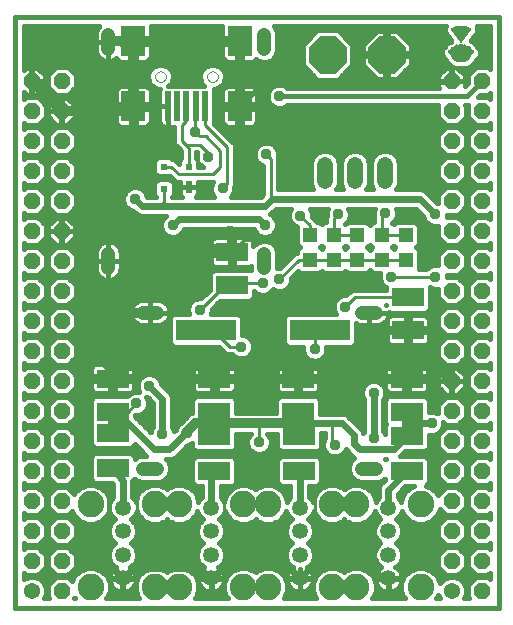
<source format=gtl>
G75*
%MOIN*%
%OFA0B0*%
%FSLAX24Y24*%
%IPPOS*%
%LPD*%
%AMOC8*
5,1,8,0,0,1.08239X$1,22.5*
%
%ADD10C,0.0160*%
%ADD11C,0.0540*%
%ADD12OC8,0.0540*%
%ADD13R,0.0312X0.0004*%
%ADD14R,0.0344X0.0004*%
%ADD15R,0.0368X0.0004*%
%ADD16R,0.0392X0.0004*%
%ADD17R,0.0408X0.0004*%
%ADD18R,0.0424X0.0004*%
%ADD19R,0.0432X0.0004*%
%ADD20R,0.0448X0.0004*%
%ADD21R,0.0456X0.0004*%
%ADD22R,0.0472X0.0004*%
%ADD23R,0.0480X0.0004*%
%ADD24R,0.0488X0.0004*%
%ADD25R,0.0496X0.0004*%
%ADD26R,0.0504X0.0004*%
%ADD27R,0.0512X0.0004*%
%ADD28R,0.0520X0.0004*%
%ADD29R,0.0528X0.0004*%
%ADD30R,0.0536X0.0004*%
%ADD31R,0.0536X0.0004*%
%ADD32R,0.0544X0.0004*%
%ADD33R,0.0552X0.0004*%
%ADD34R,0.0560X0.0004*%
%ADD35R,0.0560X0.0004*%
%ADD36R,0.0568X0.0004*%
%ADD37R,0.0576X0.0004*%
%ADD38R,0.0584X0.0004*%
%ADD39R,0.0592X0.0004*%
%ADD40R,0.0592X0.0004*%
%ADD41R,0.0600X0.0004*%
%ADD42R,0.0608X0.0004*%
%ADD43R,0.0608X0.0004*%
%ADD44R,0.0616X0.0004*%
%ADD45R,0.0624X0.0004*%
%ADD46R,0.0632X0.0004*%
%ADD47R,0.0632X0.0004*%
%ADD48R,0.0640X0.0004*%
%ADD49R,0.0648X0.0004*%
%ADD50R,0.0648X0.0004*%
%ADD51R,0.0656X0.0004*%
%ADD52R,0.0664X0.0004*%
%ADD53R,0.0664X0.0004*%
%ADD54R,0.0672X0.0004*%
%ADD55R,0.0680X0.0004*%
%ADD56R,0.0680X0.0004*%
%ADD57R,0.0688X0.0004*%
%ADD58R,0.0696X0.0004*%
%ADD59R,0.0700X0.0004*%
%ADD60R,0.0708X0.0004*%
%ADD61R,0.0716X0.0004*%
%ADD62R,0.0720X0.0004*%
%ADD63R,0.0720X0.0004*%
%ADD64R,0.0724X0.0004*%
%ADD65R,0.0808X0.0004*%
%ADD66R,0.0824X0.0004*%
%ADD67R,0.0832X0.0004*%
%ADD68R,0.0840X0.0004*%
%ADD69R,0.0848X0.0004*%
%ADD70R,0.0856X0.0004*%
%ADD71R,0.0860X0.0004*%
%ADD72R,0.0864X0.0004*%
%ADD73R,0.0864X0.0004*%
%ADD74R,0.0868X0.0004*%
%ADD75R,0.0872X0.0004*%
%ADD76R,0.0872X0.0004*%
%ADD77R,0.0860X0.0004*%
%ADD78R,0.0832X0.0004*%
%ADD79R,0.0824X0.0004*%
%ADD80R,0.0708X0.0004*%
%ADD81R,0.0712X0.0004*%
%ADD82R,0.0712X0.0004*%
%ADD83R,0.0700X0.0004*%
%ADD84R,0.0696X0.0004*%
%ADD85R,0.0692X0.0004*%
%ADD86R,0.0668X0.0004*%
%ADD87R,0.0660X0.0004*%
%ADD88R,0.0452X0.0004*%
%ADD89R,0.0188X0.0004*%
%ADD90R,0.0448X0.0004*%
%ADD91R,0.0440X0.0004*%
%ADD92R,0.0184X0.0004*%
%ADD93R,0.0432X0.0004*%
%ADD94R,0.0184X0.0004*%
%ADD95R,0.0424X0.0004*%
%ADD96R,0.0412X0.0004*%
%ADD97R,0.0128X0.0004*%
%ADD98R,0.0044X0.0004*%
%ADD99R,0.0400X0.0004*%
%ADD100R,0.0008X0.0004*%
%ADD101R,0.0388X0.0004*%
%ADD102R,0.0132X0.0004*%
%ADD103R,0.0360X0.0004*%
%ADD104R,0.0136X0.0004*%
%ADD105R,0.0340X0.0004*%
%ADD106R,0.0140X0.0004*%
%ADD107R,0.0328X0.0004*%
%ADD108R,0.0144X0.0004*%
%ADD109R,0.0324X0.0004*%
%ADD110R,0.0148X0.0004*%
%ADD111R,0.0320X0.0004*%
%ADD112R,0.0156X0.0004*%
%ADD113R,0.0316X0.0004*%
%ADD114R,0.0176X0.0004*%
%ADD115R,0.0080X0.0004*%
%ADD116R,0.0052X0.0004*%
%ADD117R,0.0380X0.0004*%
%ADD118R,0.0372X0.0004*%
%ADD119R,0.0356X0.0004*%
%ADD120R,0.0004X0.0004*%
%ADD121R,0.0308X0.0004*%
%ADD122R,0.0060X0.0004*%
%ADD123R,0.0240X0.0004*%
%ADD124R,0.0232X0.0004*%
%ADD125R,0.0044X0.0004*%
%ADD126R,0.0164X0.0004*%
%ADD127R,0.0056X0.0004*%
%ADD128R,0.0036X0.0004*%
%ADD129R,0.0156X0.0004*%
%ADD130R,0.0048X0.0004*%
%ADD131R,0.0024X0.0004*%
%ADD132R,0.0036X0.0004*%
%ADD133R,0.0016X0.0004*%
%ADD134R,0.0028X0.0004*%
%ADD135R,0.0012X0.0004*%
%ADD136R,0.0124X0.0004*%
%ADD137R,0.0108X0.0004*%
%ADD138R,0.0008X0.0004*%
%ADD139R,0.0092X0.0004*%
%ADD140R,0.0068X0.0004*%
%ADD141R,0.0008X0.0004*%
%ADD142R,0.0016X0.0004*%
%ADD143R,0.0024X0.0004*%
%ADD144R,0.0032X0.0004*%
%ADD145R,0.0032X0.0004*%
%ADD146R,0.0040X0.0004*%
%ADD147R,0.0056X0.0004*%
%ADD148R,0.0064X0.0004*%
%ADD149R,0.0072X0.0004*%
%ADD150R,0.0088X0.0004*%
%ADD151R,0.0096X0.0004*%
%ADD152R,0.0104X0.0004*%
%ADD153R,0.0112X0.0004*%
%ADD154R,0.0120X0.0004*%
%ADD155R,0.0124X0.0004*%
%ADD156R,0.0128X0.0004*%
%ADD157R,0.0144X0.0004*%
%ADD158R,0.0152X0.0004*%
%ADD159R,0.0152X0.0004*%
%ADD160R,0.0160X0.0004*%
%ADD161R,0.0168X0.0004*%
%ADD162R,0.0176X0.0004*%
%ADD163R,0.0184X0.0004*%
%ADD164R,0.0192X0.0004*%
%ADD165R,0.0200X0.0004*%
%ADD166R,0.0208X0.0004*%
%ADD167R,0.0216X0.0004*%
%ADD168R,0.0216X0.0004*%
%ADD169R,0.0224X0.0004*%
%ADD170R,0.0232X0.0004*%
%ADD171R,0.0240X0.0004*%
%ADD172R,0.0248X0.0004*%
%ADD173R,0.0256X0.0004*%
%ADD174R,0.0264X0.0004*%
%ADD175R,0.0272X0.0004*%
%ADD176R,0.0280X0.0004*%
%ADD177R,0.0288X0.0004*%
%ADD178R,0.0296X0.0004*%
%ADD179R,0.0304X0.0004*%
%ADD180R,0.0320X0.0004*%
%ADD181R,0.0328X0.0004*%
%ADD182R,0.0336X0.0004*%
%ADD183R,0.0336X0.0004*%
%ADD184R,0.0200X0.0004*%
%ADD185R,0.0128X0.0004*%
%ADD186R,0.0204X0.0004*%
%ADD187R,0.0216X0.0004*%
%ADD188R,0.0228X0.0004*%
%ADD189R,0.0416X0.0004*%
%ADD190R,0.0424X0.0004*%
%ADD191R,0.0428X0.0004*%
%ADD192R,0.0304X0.0004*%
%ADD193R,0.0180X0.0004*%
%ADD194R,0.0112X0.0004*%
%ADD195R,0.0176X0.0004*%
%ADD196R,0.0112X0.0004*%
%ADD197R,0.0132X0.0004*%
%ADD198R,0.0116X0.0004*%
%ADD199R,0.0332X0.0004*%
%ADD200R,0.0336X0.0004*%
%ADD201R,0.0480X0.0004*%
%ADD202R,0.0496X0.0004*%
%ADD203R,0.0512X0.0004*%
%ADD204R,0.0544X0.0004*%
%ADD205R,0.0208X0.0004*%
%ADD206R,0.0356X0.0004*%
%ADD207R,0.0208X0.0004*%
%ADD208R,0.0364X0.0004*%
%ADD209R,0.0212X0.0004*%
%ADD210R,0.0368X0.0004*%
%ADD211R,0.0220X0.0004*%
%ADD212R,0.0600X0.0004*%
%ADD213R,0.0356X0.0004*%
%ADD214R,0.0228X0.0004*%
%ADD215R,0.0236X0.0004*%
%ADD216R,0.0360X0.0004*%
%ADD217R,0.0368X0.0004*%
%ADD218R,0.0244X0.0004*%
%ADD219R,0.0252X0.0004*%
%ADD220R,0.0376X0.0004*%
%ADD221R,0.0672X0.0004*%
%ADD222R,0.0624X0.0004*%
%ADD223R,0.0596X0.0004*%
%ADD224R,0.0552X0.0004*%
%ADD225R,0.0456X0.0004*%
%ADD226R,0.0384X0.0004*%
%ADD227R,0.0352X0.0004*%
%ADD228R,0.0188X0.0004*%
%ADD229R,0.0108X0.0004*%
%ADD230R,0.0197X0.0984*%
%ADD231R,0.0787X0.0984*%
%ADD232C,0.0000*%
%ADD233OC8,0.1250*%
%ADD234C,0.0472*%
%ADD235C,0.0540*%
%ADD236R,0.1063X0.0591*%
%ADD237R,0.1063X0.0630*%
%ADD238R,0.0472X0.0472*%
%ADD239R,0.0236X0.0394*%
%ADD240R,0.0236X0.0236*%
%ADD241R,0.2000X0.0700*%
%ADD242C,0.0531*%
%ADD243C,0.0886*%
%ADD244C,0.0320*%
%ADD245C,0.0376*%
%ADD246C,0.0100*%
%ADD247C,0.0240*%
D10*
X001046Y004003D02*
X017188Y004003D01*
X017188Y023688D01*
X001046Y023688D01*
X001046Y004003D01*
X001356Y004959D02*
X001356Y005154D01*
X001422Y005088D01*
X001811Y005088D01*
X002087Y005363D01*
X002087Y005753D01*
X001811Y006028D01*
X001422Y006028D01*
X001356Y005962D01*
X001356Y006154D01*
X001422Y006088D01*
X001811Y006088D01*
X002087Y006363D01*
X002087Y006753D01*
X001811Y007028D01*
X001422Y007028D01*
X001356Y006962D01*
X001356Y007154D01*
X001422Y007088D01*
X001811Y007088D01*
X002087Y007363D01*
X002087Y007753D01*
X001811Y008028D01*
X001422Y008028D01*
X001356Y007962D01*
X001356Y008154D01*
X001422Y008088D01*
X001811Y008088D01*
X002087Y008363D01*
X002087Y008753D01*
X001811Y009028D01*
X001422Y009028D01*
X001356Y008962D01*
X001356Y009154D01*
X001422Y009088D01*
X001811Y009088D01*
X002087Y009363D01*
X002087Y009753D01*
X001811Y010028D01*
X001422Y010028D01*
X001356Y009962D01*
X001356Y010154D01*
X001422Y010088D01*
X001811Y010088D01*
X002087Y010363D01*
X002087Y010753D01*
X001811Y011028D01*
X001422Y011028D01*
X001356Y010962D01*
X001356Y011154D01*
X001422Y011088D01*
X001811Y011088D01*
X002087Y011363D01*
X002087Y011753D01*
X001811Y012028D01*
X001422Y012028D01*
X001356Y011962D01*
X001356Y012154D01*
X001422Y012088D01*
X001811Y012088D01*
X002087Y012363D01*
X002087Y012753D01*
X001811Y013028D01*
X001422Y013028D01*
X001356Y012962D01*
X001356Y013154D01*
X001422Y013088D01*
X001811Y013088D01*
X002087Y013363D01*
X002087Y013753D01*
X001811Y014028D01*
X001422Y014028D01*
X001356Y013962D01*
X001356Y014154D01*
X001422Y014088D01*
X001811Y014088D01*
X002087Y014363D01*
X002087Y014753D01*
X001811Y015028D01*
X001422Y015028D01*
X001356Y014962D01*
X001356Y015154D01*
X001422Y015088D01*
X001811Y015088D01*
X002087Y015363D01*
X002087Y015753D01*
X001811Y016028D01*
X001422Y016028D01*
X001356Y015962D01*
X001356Y016154D01*
X001422Y016088D01*
X001811Y016088D01*
X002087Y016363D01*
X002087Y016753D01*
X001811Y017028D01*
X001422Y017028D01*
X001356Y016962D01*
X001356Y017154D01*
X001422Y017088D01*
X001811Y017088D01*
X002087Y017363D01*
X002087Y017753D01*
X001811Y018028D01*
X001422Y018028D01*
X001356Y017962D01*
X001356Y018154D01*
X001422Y018088D01*
X001811Y018088D01*
X002087Y018363D01*
X002087Y018753D01*
X001811Y019028D01*
X001422Y019028D01*
X001356Y018962D01*
X001356Y019154D01*
X001422Y019088D01*
X001811Y019088D01*
X002087Y019363D01*
X002087Y019753D01*
X001811Y020028D01*
X001422Y020028D01*
X001356Y019962D01*
X001356Y020154D01*
X001422Y020088D01*
X001811Y020088D01*
X002087Y020363D01*
X002087Y020753D01*
X001811Y021028D01*
X001422Y021028D01*
X001356Y020962D01*
X001356Y021183D01*
X001430Y021108D01*
X001607Y021108D01*
X001607Y021548D01*
X001627Y021548D01*
X001627Y021568D01*
X002067Y021568D01*
X002067Y021744D01*
X001803Y022008D01*
X001627Y022008D01*
X001627Y021568D01*
X001607Y021568D01*
X001607Y022008D01*
X001430Y022008D01*
X001356Y021934D01*
X001356Y023378D01*
X003846Y023378D01*
X003844Y023376D01*
X003806Y023323D01*
X003776Y023265D01*
X003756Y023203D01*
X003745Y023138D01*
X003745Y022869D01*
X003745Y022600D01*
X003756Y022535D01*
X003776Y022473D01*
X003806Y022415D01*
X003844Y022362D01*
X003890Y022315D01*
X003943Y022277D01*
X004002Y022247D01*
X004064Y022227D01*
X004129Y022217D01*
X004162Y022217D01*
X004194Y022217D01*
X004259Y022227D01*
X004321Y022247D01*
X004380Y022277D01*
X004433Y022315D01*
X004440Y022323D01*
X004441Y022319D01*
X004465Y022278D01*
X004499Y022245D01*
X004540Y022221D01*
X004585Y022209D01*
X004923Y022209D01*
X004923Y022801D01*
X005083Y022801D01*
X005083Y022961D01*
X005576Y022961D01*
X005576Y023378D01*
X007972Y023378D01*
X007972Y022961D01*
X008466Y022961D01*
X008466Y022801D01*
X007972Y022801D01*
X007972Y022365D01*
X007985Y022319D01*
X008008Y022278D01*
X008042Y022245D01*
X008083Y022221D01*
X008129Y022209D01*
X008466Y022209D01*
X008466Y022801D01*
X008626Y022801D01*
X008626Y022209D01*
X008963Y022209D01*
X009009Y022221D01*
X009050Y022245D01*
X009084Y022278D01*
X009089Y022288D01*
X009114Y022263D01*
X009275Y022197D01*
X009448Y022197D01*
X009609Y022263D01*
X009731Y022386D01*
X009798Y022546D01*
X009798Y023192D01*
X009731Y023352D01*
X009706Y023378D01*
X015410Y023378D01*
X015390Y023358D01*
X015390Y023358D01*
X015386Y023354D01*
X015386Y023180D01*
X015394Y023172D01*
X015394Y023168D01*
X015406Y023156D01*
X015406Y023152D01*
X015410Y023148D01*
X015418Y023140D01*
X015418Y023136D01*
X015426Y023128D01*
X015430Y023124D01*
X015430Y023120D01*
X015442Y023108D01*
X015442Y023104D01*
X015454Y023092D01*
X015454Y023088D01*
X015466Y023076D01*
X015466Y023072D01*
X015470Y023068D01*
X015478Y023060D01*
X015478Y023056D01*
X015486Y023048D01*
X015490Y023044D01*
X015490Y023040D01*
X015498Y023032D01*
X015498Y023028D01*
X015510Y023016D01*
X015510Y023012D01*
X015514Y023008D01*
X015522Y023000D01*
X015522Y022996D01*
X015534Y022984D01*
X015534Y022980D01*
X015546Y022968D01*
X015546Y022964D01*
X015558Y022952D01*
X015558Y022948D01*
X015570Y022936D01*
X015570Y022932D01*
X015574Y022928D01*
X015582Y022920D01*
X015582Y022916D01*
X015590Y022908D01*
X015594Y022904D01*
X015594Y022900D01*
X015605Y022889D01*
X015587Y022871D01*
X015523Y022871D01*
X015406Y022754D01*
X015406Y022738D01*
X015402Y022734D01*
X015402Y022726D01*
X015294Y022618D01*
X015294Y022610D01*
X015290Y022606D01*
X015290Y022602D01*
X015290Y022602D01*
X015290Y022424D01*
X015290Y022416D01*
X015294Y022412D01*
X015294Y022404D01*
X015394Y022304D01*
X015398Y022300D01*
X015398Y022296D01*
X015402Y022292D01*
X015402Y022284D01*
X015406Y022280D01*
X015406Y022276D01*
X015410Y022272D01*
X015410Y022268D01*
X015414Y022264D01*
X015414Y022260D01*
X015418Y022256D01*
X015418Y022252D01*
X015422Y022248D01*
X015422Y022244D01*
X015426Y022240D01*
X015426Y022236D01*
X015430Y022232D01*
X015430Y022228D01*
X015438Y022220D01*
X015438Y022216D01*
X015446Y022208D01*
X015446Y022204D01*
X015458Y022192D01*
X015458Y022188D01*
X015478Y022168D01*
X015595Y022051D01*
X015599Y022047D01*
X015603Y022043D01*
X015607Y022039D01*
X015611Y022039D01*
X015619Y022031D01*
X015623Y022031D01*
X015627Y022027D01*
X015631Y022023D01*
X015635Y022023D01*
X015639Y022019D01*
X015643Y022019D01*
X015647Y022015D01*
X015655Y022015D01*
X015659Y022011D01*
X015667Y022011D01*
X015670Y022008D01*
X015627Y022008D01*
X015627Y021568D01*
X016067Y021568D01*
X016067Y021744D01*
X015808Y022003D01*
X016165Y022003D01*
X016169Y022007D01*
X016181Y022007D01*
X016185Y022011D01*
X016193Y022011D01*
X016197Y022015D01*
X016205Y022015D01*
X016209Y022019D01*
X016213Y022019D01*
X016217Y022023D01*
X016221Y022023D01*
X016225Y022027D01*
X016229Y022031D01*
X016233Y022031D01*
X016241Y022039D01*
X016245Y022039D01*
X016249Y022043D01*
X016253Y022047D01*
X016257Y022051D01*
X016374Y022168D01*
X016374Y022168D01*
X016394Y022188D01*
X016394Y022192D01*
X016406Y022204D01*
X016406Y022208D01*
X016414Y022216D01*
X016414Y022220D01*
X016422Y022228D01*
X016422Y022232D01*
X016426Y022236D01*
X016426Y022240D01*
X016430Y022244D01*
X016430Y022248D01*
X016434Y022252D01*
X016434Y022256D01*
X016438Y022260D01*
X016438Y022264D01*
X016442Y022268D01*
X016442Y022272D01*
X016446Y022276D01*
X016446Y022280D01*
X016450Y022284D01*
X016450Y022292D01*
X016454Y022296D01*
X016454Y022300D01*
X016458Y022304D01*
X016458Y022304D01*
X016542Y022388D01*
X016542Y022388D01*
X016554Y022400D01*
X016554Y022404D01*
X016558Y022408D01*
X016558Y022420D01*
X016562Y022424D01*
X016562Y022602D01*
X016558Y022606D01*
X016558Y022614D01*
X016554Y022618D01*
X016554Y022622D01*
X016550Y022626D01*
X016538Y022638D01*
X016466Y022710D01*
X016466Y022718D01*
X016462Y022722D01*
X016462Y022726D01*
X016458Y022730D01*
X016458Y022734D01*
X016454Y022738D01*
X016450Y022742D01*
X016450Y022746D01*
X016446Y022750D01*
X016442Y022754D01*
X016438Y022758D01*
X016321Y022875D01*
X016321Y022875D01*
X016313Y022883D01*
X016309Y022883D01*
X016301Y022891D01*
X016297Y022891D01*
X016293Y022895D01*
X016289Y022895D01*
X016285Y022899D01*
X016281Y022899D01*
X016277Y022903D01*
X016265Y022903D01*
X016261Y022907D01*
X016261Y022907D01*
X016262Y022908D01*
X016262Y022908D01*
X016270Y022916D01*
X016270Y022920D01*
X016278Y022928D01*
X016278Y022928D01*
X016282Y022932D01*
X016282Y022936D01*
X016294Y022948D01*
X016294Y022952D01*
X016306Y022964D01*
X016306Y022968D01*
X016318Y022980D01*
X016318Y022984D01*
X016322Y022988D01*
X016322Y022988D01*
X016330Y022996D01*
X016330Y023000D01*
X016338Y023008D01*
X016338Y023012D01*
X016354Y023028D01*
X016354Y023032D01*
X016362Y023040D01*
X016362Y023044D01*
X016366Y023048D01*
X016366Y023048D01*
X016374Y023056D01*
X016374Y023060D01*
X016382Y023068D01*
X016382Y023068D01*
X016386Y023072D01*
X016386Y023076D01*
X016398Y023088D01*
X016398Y023092D01*
X016410Y023104D01*
X016410Y023108D01*
X016422Y023120D01*
X016422Y023124D01*
X016426Y023128D01*
X016426Y023128D01*
X016434Y023136D01*
X016434Y023140D01*
X016442Y023148D01*
X016442Y023148D01*
X016446Y023152D01*
X016446Y023156D01*
X016458Y023168D01*
X016458Y023172D01*
X016466Y023180D01*
X016466Y023354D01*
X016462Y023358D01*
X016442Y023378D01*
X016878Y023378D01*
X016878Y021962D01*
X016811Y022028D01*
X016422Y022028D01*
X016147Y021753D01*
X016147Y021484D01*
X016067Y021404D01*
X016067Y021548D01*
X015627Y021548D01*
X015627Y021568D01*
X015607Y021568D01*
X015607Y022008D01*
X015430Y022008D01*
X015167Y021744D01*
X015167Y021568D01*
X015607Y021568D01*
X015607Y021548D01*
X015167Y021548D01*
X015167Y021372D01*
X015208Y021330D01*
X010134Y021330D01*
X010085Y021379D01*
X009942Y021438D01*
X009787Y021438D01*
X007955Y021438D01*
X007986Y021469D02*
X008048Y021619D01*
X008048Y021781D01*
X007986Y021930D01*
X007871Y022045D01*
X007722Y022107D01*
X007560Y022107D01*
X007410Y022045D01*
X007295Y021930D01*
X007233Y021781D01*
X007233Y021619D01*
X007295Y021469D01*
X007357Y021408D01*
X006278Y021408D01*
X006258Y021388D01*
X006172Y021388D01*
X006253Y021469D01*
X006315Y021619D01*
X006315Y021781D01*
X006253Y021930D01*
X006139Y022045D01*
X005989Y022107D01*
X005827Y022107D01*
X005678Y022045D01*
X005563Y021930D01*
X005501Y021781D01*
X005501Y021619D01*
X005563Y021469D01*
X005678Y021355D01*
X005827Y021293D01*
X005887Y021293D01*
X005878Y021277D01*
X005866Y021231D01*
X005866Y020716D01*
X006144Y020716D01*
X006144Y020716D01*
X005866Y020716D01*
X005866Y020200D01*
X005878Y020154D01*
X005902Y020113D01*
X005936Y020079D01*
X005977Y020056D01*
X006022Y020043D01*
X006144Y020043D01*
X006144Y020716D01*
X006145Y020716D02*
X005003Y020716D01*
X005083Y020645D02*
X005866Y020645D01*
X005866Y020487D02*
X005576Y020487D01*
X005576Y020636D02*
X005576Y020200D01*
X005564Y020154D01*
X005541Y020113D01*
X005507Y020079D01*
X005466Y020056D01*
X005420Y020043D01*
X005083Y020043D01*
X005083Y020636D01*
X005083Y020796D01*
X004923Y020796D01*
X004923Y021388D01*
X004585Y021388D01*
X004540Y021375D01*
X004499Y021352D01*
X004465Y021318D01*
X004441Y021277D01*
X004429Y021231D01*
X004429Y020796D01*
X004923Y020796D01*
X004923Y020636D01*
X004429Y020636D01*
X004429Y020200D01*
X004441Y020154D01*
X004465Y020113D01*
X004499Y020079D01*
X004540Y020056D01*
X004585Y020043D01*
X004923Y020043D01*
X004923Y020636D01*
X005083Y020636D01*
X005576Y020636D01*
X005576Y020796D02*
X005576Y021231D01*
X005564Y021277D01*
X005541Y021318D01*
X005507Y021352D01*
X005466Y021375D01*
X005420Y021388D01*
X005083Y021388D01*
X005083Y020796D01*
X005576Y020796D01*
X005576Y020804D02*
X005866Y020804D01*
X005866Y020962D02*
X005576Y020962D01*
X005576Y021121D02*
X005866Y021121D01*
X005880Y021279D02*
X005563Y021279D01*
X005594Y021438D02*
X003087Y021438D01*
X003087Y021363D02*
X002811Y021088D01*
X002422Y021088D01*
X002147Y021363D01*
X002147Y021753D01*
X002422Y022028D01*
X002811Y022028D01*
X003087Y021753D01*
X003087Y021363D01*
X003003Y021279D02*
X004443Y021279D01*
X004429Y021121D02*
X002844Y021121D01*
X002803Y021008D02*
X002627Y021008D01*
X002627Y020568D01*
X003067Y020568D01*
X003067Y020744D01*
X002803Y021008D01*
X002849Y020962D02*
X004429Y020962D01*
X004429Y020804D02*
X003007Y020804D01*
X003067Y020645D02*
X004923Y020645D01*
X004923Y020487D02*
X005083Y020487D01*
X005083Y020328D02*
X004923Y020328D01*
X004923Y020170D02*
X005083Y020170D01*
X005568Y020170D02*
X005874Y020170D01*
X005866Y020328D02*
X005576Y020328D01*
X006144Y020328D02*
X006145Y020328D01*
X006144Y020170D02*
X006145Y020170D01*
X006145Y020043D02*
X006258Y020043D01*
X006278Y020023D01*
X006367Y020023D01*
X006367Y019524D01*
X006405Y019432D01*
X006543Y019294D01*
X006603Y019234D01*
X006603Y018977D01*
X006535Y018909D01*
X006535Y018789D01*
X006404Y018920D01*
X006312Y018958D01*
X006295Y018958D01*
X006227Y019026D01*
X005825Y019026D01*
X005708Y018909D01*
X005708Y018507D01*
X005825Y018390D01*
X006227Y018390D01*
X006306Y018310D01*
X006377Y018240D01*
X006469Y018202D01*
X006555Y018202D01*
X006555Y018038D01*
X006555Y017818D01*
X006567Y017772D01*
X006591Y017731D01*
X006613Y017709D01*
X006294Y017709D01*
X006344Y017759D01*
X006344Y018161D01*
X006227Y018278D01*
X005825Y018278D01*
X005708Y018161D01*
X005708Y017759D01*
X005758Y017709D01*
X005447Y017709D01*
X005391Y017845D01*
X005281Y017954D01*
X005139Y018013D01*
X004984Y018013D01*
X004842Y017954D01*
X004733Y017845D01*
X004673Y017702D01*
X004673Y017548D01*
X004733Y017405D01*
X004842Y017296D01*
X004984Y017237D01*
X004997Y017237D01*
X005026Y017208D01*
X005117Y017117D01*
X005234Y017069D01*
X006082Y017069D01*
X005992Y016979D01*
X005933Y016836D01*
X005933Y016682D01*
X005992Y016539D01*
X006102Y016430D01*
X006244Y016371D01*
X006399Y016371D01*
X006541Y016430D01*
X006650Y016539D01*
X006690Y016636D01*
X009023Y016636D01*
X009063Y016539D01*
X009172Y016430D01*
X009315Y016371D01*
X009469Y016371D01*
X009612Y016430D01*
X009721Y016539D01*
X009780Y016682D01*
X009780Y016836D01*
X009721Y016979D01*
X009612Y017088D01*
X009557Y017111D01*
X009574Y017117D01*
X009761Y017305D01*
X010256Y017305D01*
X010244Y017294D01*
X010185Y017151D01*
X010185Y016997D01*
X010244Y016854D01*
X010354Y016745D01*
X010452Y016704D01*
X010452Y016105D01*
X010546Y016011D01*
X010452Y015917D01*
X010452Y015842D01*
X010373Y015809D01*
X010302Y015739D01*
X009899Y015336D01*
X009798Y015336D01*
X009798Y015892D01*
X009731Y016052D01*
X009609Y016175D01*
X009448Y016242D01*
X009275Y016242D01*
X009114Y016175D01*
X009001Y016062D01*
X009001Y016192D01*
X008989Y016238D01*
X008965Y016279D01*
X008932Y016312D01*
X008891Y016336D01*
X008845Y016348D01*
X008367Y016348D01*
X008367Y015931D01*
X008212Y015931D01*
X008212Y015776D01*
X007578Y015776D01*
X007578Y015515D01*
X007591Y015469D01*
X007614Y015428D01*
X007648Y015394D01*
X007689Y015371D01*
X007735Y015358D01*
X008212Y015358D01*
X008212Y015776D01*
X008367Y015776D01*
X008367Y015358D01*
X008845Y015358D01*
X008891Y015371D01*
X008925Y015391D01*
X008925Y015246D01*
X008926Y015244D01*
X008904Y015266D01*
X007676Y015266D01*
X007558Y015149D01*
X007558Y014609D01*
X007261Y014312D01*
X007150Y014312D01*
X007007Y014253D01*
X006898Y014144D01*
X006839Y014001D01*
X006839Y013847D01*
X006856Y013805D01*
X006331Y013805D01*
X006214Y013688D01*
X006214Y012822D01*
X006331Y012705D01*
X007856Y012705D01*
X007999Y012562D01*
X008070Y012492D01*
X008161Y012454D01*
X008306Y012454D01*
X008385Y012375D01*
X008528Y012316D01*
X008682Y012316D01*
X008825Y012375D01*
X008934Y012484D01*
X008993Y012627D01*
X008993Y012781D01*
X008934Y012924D01*
X008825Y013033D01*
X008682Y013092D01*
X008614Y013092D01*
X008614Y013688D01*
X008496Y013805D01*
X007598Y013805D01*
X007615Y013847D01*
X007615Y013959D01*
X007892Y014236D01*
X008904Y014236D01*
X009021Y014353D01*
X009021Y014573D01*
X009094Y014501D01*
X009236Y014442D01*
X009391Y014442D01*
X009533Y014501D01*
X009643Y014610D01*
X009646Y014618D01*
X009787Y014560D01*
X009942Y014560D01*
X010085Y014619D01*
X010194Y014728D01*
X010253Y014871D01*
X010253Y014982D01*
X010500Y015230D01*
X010569Y015161D01*
X011207Y015161D01*
X011282Y015236D01*
X011357Y015161D01*
X011995Y015161D01*
X012069Y015236D01*
X012144Y015161D01*
X012782Y015161D01*
X012877Y015256D01*
X012971Y015161D01*
X013241Y015161D01*
X013217Y015104D01*
X013217Y014949D01*
X013276Y014807D01*
X013385Y014698D01*
X013425Y014681D01*
X013425Y014607D01*
X012335Y014607D01*
X012243Y014569D01*
X012172Y014499D01*
X012104Y014430D01*
X011992Y014430D01*
X011850Y014371D01*
X011740Y014262D01*
X011681Y014120D01*
X011681Y013965D01*
X011740Y013822D01*
X011758Y013805D01*
X010131Y013805D01*
X010014Y013688D01*
X010014Y012822D01*
X010131Y012705D01*
X010659Y012705D01*
X010658Y012702D01*
X010658Y012548D01*
X010717Y012405D01*
X010826Y012296D01*
X010969Y012237D01*
X011123Y012237D01*
X011266Y012296D01*
X011375Y012405D01*
X011434Y012548D01*
X011434Y012702D01*
X011433Y012705D01*
X012296Y012705D01*
X012414Y012822D01*
X012414Y013482D01*
X012469Y013454D01*
X012531Y013434D01*
X012596Y013424D01*
X012865Y013424D01*
X013134Y013424D01*
X013198Y013434D01*
X013261Y013454D01*
X013319Y013484D01*
X013372Y013522D01*
X013418Y013569D01*
X013449Y013611D01*
X013445Y013594D01*
X013445Y013332D01*
X014079Y013332D01*
X014079Y013750D01*
X013601Y013750D01*
X013555Y013738D01*
X013514Y013714D01*
X013490Y013690D01*
X013507Y013742D01*
X013517Y013807D01*
X013517Y013840D01*
X013517Y013867D01*
X013542Y013842D01*
X014770Y013842D01*
X014888Y013959D01*
X014888Y014679D01*
X014984Y014638D01*
X015139Y014638D01*
X015147Y014642D01*
X015147Y014363D01*
X015422Y014088D01*
X015811Y014088D01*
X016087Y014363D01*
X016087Y014753D01*
X015811Y015028D01*
X015450Y015028D01*
X015450Y015088D01*
X015811Y015088D01*
X016087Y015363D01*
X016087Y015753D01*
X015811Y016028D01*
X015422Y016028D01*
X015147Y015753D01*
X015147Y015411D01*
X015139Y015415D01*
X014984Y015415D01*
X014842Y015356D01*
X014763Y015277D01*
X014512Y015277D01*
X014514Y015278D01*
X014514Y015917D01*
X014419Y016011D01*
X014514Y016105D01*
X014514Y016743D01*
X014396Y016860D01*
X013758Y016860D01*
X013684Y016786D01*
X013637Y016833D01*
X013737Y016933D01*
X013796Y017075D01*
X013796Y017230D01*
X013765Y017305D01*
X014417Y017305D01*
X014673Y017049D01*
X014673Y017036D01*
X014733Y016893D01*
X014842Y016784D01*
X014984Y016725D01*
X015139Y016725D01*
X015147Y016728D01*
X015147Y016363D01*
X015422Y016088D01*
X015811Y016088D01*
X016087Y016363D01*
X016087Y016753D01*
X015811Y017028D01*
X015446Y017028D01*
X015450Y017036D01*
X015450Y017088D01*
X015811Y017088D01*
X016087Y017363D01*
X016087Y017753D01*
X015811Y018028D01*
X015422Y018028D01*
X015147Y017753D01*
X015147Y017498D01*
X015139Y017501D01*
X015126Y017501D01*
X014821Y017806D01*
X014821Y017806D01*
X014731Y017896D01*
X014613Y017945D01*
X013773Y017945D01*
X013783Y017955D01*
X013854Y018128D01*
X013854Y018855D01*
X013783Y019027D01*
X013651Y019160D01*
X013478Y019231D01*
X013291Y019231D01*
X013118Y019160D01*
X012986Y019027D01*
X012914Y018855D01*
X012914Y018128D01*
X012986Y017955D01*
X012996Y017945D01*
X012773Y017945D01*
X012783Y017955D01*
X012854Y018128D01*
X012854Y018855D01*
X012783Y019027D01*
X012651Y019160D01*
X012478Y019231D01*
X012291Y019231D01*
X012118Y019160D01*
X011986Y019027D01*
X011914Y018855D01*
X011914Y018128D01*
X011986Y017955D01*
X011996Y017945D01*
X011773Y017945D01*
X011783Y017955D01*
X011854Y018128D01*
X011854Y018855D01*
X011783Y019027D01*
X011651Y019160D01*
X011478Y019231D01*
X011291Y019231D01*
X011118Y019160D01*
X010986Y019027D01*
X010914Y018855D01*
X010914Y018128D01*
X010986Y017955D01*
X010996Y017945D01*
X009839Y017945D01*
X009839Y019013D01*
X009820Y019060D01*
X009820Y019198D01*
X009761Y019341D01*
X009651Y019450D01*
X009509Y019509D01*
X009354Y019509D01*
X009212Y019450D01*
X009103Y019341D01*
X009044Y019198D01*
X009044Y019044D01*
X009103Y018901D01*
X009212Y018792D01*
X009339Y018739D01*
X009339Y017788D01*
X009260Y017709D01*
X008253Y017709D01*
X008304Y017759D01*
X008363Y017902D01*
X008363Y018040D01*
X008382Y018087D01*
X008382Y019407D01*
X008344Y019499D01*
X008274Y019569D01*
X007703Y020141D01*
X007703Y021291D01*
X007701Y021293D01*
X007722Y021293D01*
X007871Y021355D01*
X007986Y021469D01*
X008042Y021352D02*
X008008Y021318D01*
X007985Y021277D01*
X007972Y021231D01*
X007972Y020796D01*
X008466Y020796D01*
X008466Y021388D01*
X008129Y021388D01*
X008083Y021375D01*
X008042Y021352D01*
X007986Y021279D02*
X007703Y021279D01*
X007703Y021121D02*
X007972Y021121D01*
X007972Y020962D02*
X007703Y020962D01*
X007703Y020804D02*
X007972Y020804D01*
X007972Y020636D02*
X007972Y020200D01*
X007985Y020154D01*
X008008Y020113D01*
X008042Y020079D01*
X008083Y020056D01*
X008129Y020043D01*
X008466Y020043D01*
X008466Y020636D01*
X007972Y020636D01*
X007972Y020487D02*
X007703Y020487D01*
X007703Y020645D02*
X008466Y020645D01*
X008466Y020636D02*
X008466Y020796D01*
X008626Y020796D01*
X008626Y021388D01*
X008963Y021388D01*
X009009Y021375D01*
X009050Y021352D01*
X009084Y021318D01*
X009108Y021277D01*
X009120Y021231D01*
X009120Y020796D01*
X008626Y020796D01*
X008626Y020636D01*
X009120Y020636D01*
X009120Y020200D01*
X009108Y020154D01*
X009084Y020113D01*
X009050Y020079D01*
X009009Y020056D01*
X008963Y020043D01*
X008626Y020043D01*
X008626Y020636D01*
X008466Y020636D01*
X008546Y020716D02*
X009353Y021523D01*
X013290Y021523D01*
X015581Y021523D01*
X015617Y021558D01*
X015607Y021596D02*
X015627Y021596D01*
X015627Y021755D02*
X015607Y021755D01*
X015607Y021913D02*
X015627Y021913D01*
X015574Y022072D02*
X014230Y022072D01*
X014252Y022095D02*
X014252Y022378D01*
X013497Y022378D01*
X013497Y021623D01*
X013781Y021623D01*
X014252Y022095D01*
X014252Y022230D02*
X015430Y022230D01*
X015478Y022168D02*
X015478Y022168D01*
X015394Y022304D02*
X015394Y022304D01*
X015309Y022389D02*
X013497Y022389D01*
X013497Y022378D02*
X013497Y022478D01*
X013397Y022478D01*
X013397Y022378D01*
X012642Y022378D01*
X012642Y022095D01*
X013114Y021623D01*
X013397Y021623D01*
X013397Y022378D01*
X013497Y022378D01*
X013447Y022428D02*
X013447Y021680D01*
X013290Y021523D01*
X013397Y021755D02*
X013497Y021755D01*
X013497Y021913D02*
X013397Y021913D01*
X013397Y022072D02*
X013497Y022072D01*
X013497Y022230D02*
X013397Y022230D01*
X013397Y022389D02*
X012304Y022389D01*
X012304Y022547D02*
X012642Y022547D01*
X012642Y022478D02*
X013397Y022478D01*
X013397Y023233D01*
X013114Y023233D01*
X012642Y022762D01*
X012642Y022478D01*
X012642Y022706D02*
X012304Y022706D01*
X012304Y022770D02*
X011821Y023253D01*
X011137Y023253D01*
X010654Y022770D01*
X010654Y022086D01*
X011137Y021603D01*
X011821Y021603D01*
X012304Y022086D01*
X012304Y022770D01*
X012209Y022864D02*
X012745Y022864D01*
X012904Y023023D02*
X012051Y023023D01*
X011892Y023181D02*
X013062Y023181D01*
X013397Y023181D02*
X013497Y023181D01*
X013497Y023233D02*
X013781Y023233D01*
X014252Y022762D01*
X014252Y022478D01*
X013497Y022478D01*
X013497Y023233D01*
X013497Y023023D02*
X013397Y023023D01*
X013397Y022864D02*
X013497Y022864D01*
X013497Y022706D02*
X013397Y022706D01*
X013397Y022547D02*
X013497Y022547D01*
X013832Y023181D02*
X015386Y023181D01*
X015410Y023148D02*
X015410Y023148D01*
X015426Y023128D02*
X015426Y023128D01*
X015470Y023068D02*
X015470Y023068D01*
X015486Y023048D02*
X015486Y023048D01*
X015503Y023023D02*
X013991Y023023D01*
X014149Y022864D02*
X015516Y022864D01*
X015590Y022908D02*
X015590Y022908D01*
X015574Y022928D02*
X015574Y022928D01*
X015514Y023008D02*
X015514Y023008D01*
X015510Y023016D02*
X015510Y023016D01*
X015510Y023016D01*
X015386Y023340D02*
X009737Y023340D01*
X009798Y023181D02*
X011065Y023181D01*
X010907Y023023D02*
X009798Y023023D01*
X009798Y022864D02*
X010748Y022864D01*
X010654Y022706D02*
X009798Y022706D01*
X009798Y022547D02*
X010654Y022547D01*
X010654Y022389D02*
X009733Y022389D01*
X009530Y022230D02*
X010654Y022230D01*
X010668Y022072D02*
X007806Y022072D01*
X007993Y021913D02*
X010827Y021913D01*
X010985Y021755D02*
X008048Y021755D01*
X008038Y021596D02*
X015167Y021596D01*
X015167Y021438D02*
X009943Y021438D01*
X009787Y021438D02*
X009645Y021379D01*
X009536Y021270D01*
X009477Y021127D01*
X009477Y020973D01*
X009536Y020830D01*
X009645Y020721D01*
X009787Y020662D01*
X009942Y020662D01*
X010085Y020721D01*
X010134Y020770D01*
X015164Y020770D01*
X015147Y020753D01*
X015147Y020363D01*
X015422Y020088D01*
X015811Y020088D01*
X016087Y020363D01*
X016087Y020753D01*
X016069Y020770D01*
X016164Y020770D01*
X016147Y020753D01*
X016147Y020363D01*
X016422Y020088D01*
X016811Y020088D01*
X016878Y020154D01*
X016878Y019962D01*
X016811Y020028D01*
X016422Y020028D01*
X016147Y019753D01*
X016147Y019363D01*
X016422Y019088D01*
X016811Y019088D01*
X016878Y019154D01*
X016878Y018962D01*
X016811Y019028D01*
X016422Y019028D01*
X016147Y018753D01*
X016147Y018363D01*
X016422Y018088D01*
X016811Y018088D01*
X016878Y018154D01*
X016878Y017962D01*
X016811Y018028D01*
X016422Y018028D01*
X016147Y017753D01*
X016147Y017363D01*
X016422Y017088D01*
X016811Y017088D01*
X016878Y017154D01*
X016878Y016962D01*
X016811Y017028D01*
X016422Y017028D01*
X016147Y016753D01*
X016147Y016363D01*
X016422Y016088D01*
X016811Y016088D01*
X016878Y016154D01*
X016878Y015962D01*
X016811Y016028D01*
X016422Y016028D01*
X016147Y015753D01*
X016147Y015363D01*
X016422Y015088D01*
X016811Y015088D01*
X016878Y015154D01*
X016878Y014962D01*
X016811Y015028D01*
X016422Y015028D01*
X016147Y014753D01*
X016147Y014363D01*
X016422Y014088D01*
X016811Y014088D01*
X016878Y014154D01*
X016878Y013962D01*
X016811Y014028D01*
X016422Y014028D01*
X016147Y013753D01*
X016147Y013363D01*
X016422Y013088D01*
X016811Y013088D01*
X016878Y013154D01*
X016878Y012962D01*
X016811Y013028D01*
X016422Y013028D01*
X016147Y012753D01*
X016147Y012363D01*
X016422Y012088D01*
X016811Y012088D01*
X016878Y012154D01*
X016878Y011962D01*
X016811Y012028D01*
X016422Y012028D01*
X016147Y011753D01*
X016147Y011363D01*
X016422Y011088D01*
X016811Y011088D01*
X016878Y011154D01*
X016878Y010962D01*
X016811Y011028D01*
X016422Y011028D01*
X016147Y010753D01*
X016147Y010363D01*
X016422Y010088D01*
X016811Y010088D01*
X016878Y010154D01*
X016878Y009962D01*
X016811Y010028D01*
X016422Y010028D01*
X016147Y009753D01*
X016147Y009363D01*
X016422Y009088D01*
X016811Y009088D01*
X016878Y009154D01*
X016878Y008962D01*
X016811Y009028D01*
X016422Y009028D01*
X016147Y008753D01*
X016147Y008363D01*
X016422Y008088D01*
X016811Y008088D01*
X016878Y008154D01*
X016878Y007962D01*
X016811Y008028D01*
X016422Y008028D01*
X016147Y007753D01*
X016147Y007363D01*
X016422Y007088D01*
X016811Y007088D01*
X016878Y007154D01*
X016878Y006962D01*
X016811Y007028D01*
X016422Y007028D01*
X016147Y006753D01*
X016147Y006363D01*
X016422Y006088D01*
X016811Y006088D01*
X016878Y006154D01*
X016878Y005962D01*
X016811Y006028D01*
X016422Y006028D01*
X016147Y005753D01*
X016147Y005363D01*
X016422Y005088D01*
X016811Y005088D01*
X016878Y005154D01*
X016878Y004962D01*
X016811Y005028D01*
X016422Y005028D01*
X016147Y004753D01*
X016147Y004363D01*
X016197Y004313D01*
X016024Y004313D01*
X016087Y004465D01*
X016087Y004652D01*
X016015Y004824D01*
X015883Y004957D01*
X015710Y005028D01*
X015523Y005028D01*
X015350Y004957D01*
X015218Y004824D01*
X015122Y005056D01*
X014941Y005237D01*
X014705Y005335D01*
X014449Y005335D01*
X014213Y005237D01*
X014032Y005056D01*
X013934Y004820D01*
X013934Y004564D01*
X014032Y004328D01*
X014047Y004313D01*
X012966Y004313D01*
X012981Y004328D01*
X013078Y004564D01*
X013078Y004820D01*
X012981Y005056D01*
X012800Y005237D01*
X012563Y005335D01*
X012308Y005335D01*
X012071Y005237D01*
X012030Y005196D01*
X011989Y005237D01*
X011752Y005335D01*
X011497Y005335D01*
X011260Y005237D01*
X011080Y005056D01*
X010982Y004820D01*
X010982Y004564D01*
X011080Y004328D01*
X011094Y004313D01*
X010013Y004313D01*
X010028Y004328D01*
X010126Y004564D01*
X010126Y004820D01*
X010028Y005056D01*
X009847Y005237D01*
X009611Y005335D01*
X009355Y005335D01*
X009119Y005237D01*
X009077Y005196D01*
X009036Y005237D01*
X008800Y005335D01*
X008544Y005335D01*
X008308Y005237D01*
X008127Y005056D01*
X008029Y004820D01*
X008029Y004564D01*
X008127Y004328D01*
X008142Y004313D01*
X007060Y004313D01*
X007075Y004328D01*
X007173Y004564D01*
X007173Y004820D01*
X007075Y005056D01*
X006894Y005237D01*
X006658Y005335D01*
X006402Y005335D01*
X006166Y005237D01*
X006125Y005196D01*
X006083Y005237D01*
X005847Y005335D01*
X005591Y005335D01*
X005355Y005237D01*
X005174Y005056D01*
X005076Y004820D01*
X005076Y004564D01*
X005174Y004328D01*
X005189Y004313D01*
X004108Y004313D01*
X004122Y004328D01*
X004220Y004564D01*
X004220Y004820D01*
X004122Y005056D01*
X003941Y005237D01*
X003705Y005335D01*
X003449Y005335D01*
X003213Y005237D01*
X003032Y005056D01*
X002959Y004880D01*
X002811Y005028D01*
X002422Y005028D01*
X002147Y004753D01*
X002147Y004363D01*
X002197Y004313D01*
X002024Y004313D01*
X002087Y004465D01*
X002087Y004652D01*
X002015Y004824D01*
X001883Y004957D01*
X001710Y005028D01*
X001523Y005028D01*
X001356Y004959D01*
X001356Y005112D02*
X001398Y005112D01*
X001836Y005112D02*
X002398Y005112D01*
X002422Y005088D02*
X002811Y005088D01*
X003087Y005363D01*
X003087Y005753D01*
X002811Y006028D01*
X002422Y006028D01*
X002147Y005753D01*
X002147Y005363D01*
X002422Y005088D01*
X002348Y004954D02*
X001885Y004954D01*
X002027Y004795D02*
X002189Y004795D01*
X002147Y004637D02*
X002087Y004637D01*
X002087Y004478D02*
X002147Y004478D01*
X002190Y004320D02*
X002027Y004320D01*
X001994Y005271D02*
X002239Y005271D01*
X002147Y005429D02*
X002087Y005429D01*
X002087Y005588D02*
X002147Y005588D01*
X002147Y005746D02*
X002087Y005746D01*
X001934Y005905D02*
X002299Y005905D01*
X002422Y006088D02*
X002811Y006088D01*
X003087Y006363D01*
X003087Y006753D01*
X002811Y007028D01*
X002422Y007028D01*
X002147Y006753D01*
X002147Y006363D01*
X002422Y006088D01*
X002288Y006222D02*
X001945Y006222D01*
X002087Y006380D02*
X002147Y006380D01*
X002147Y006539D02*
X002087Y006539D01*
X002087Y006697D02*
X002147Y006697D01*
X002250Y006856D02*
X001983Y006856D01*
X001825Y007014D02*
X002408Y007014D01*
X002422Y007088D02*
X002811Y007088D01*
X002966Y007243D01*
X003032Y007084D01*
X003213Y006903D01*
X003449Y006805D01*
X003705Y006805D01*
X003941Y006903D01*
X004122Y007084D01*
X004187Y007239D01*
X004253Y007078D01*
X004383Y006948D01*
X004253Y006818D01*
X004182Y006647D01*
X004182Y006461D01*
X004253Y006290D01*
X004383Y006160D01*
X004253Y006031D01*
X004182Y005859D01*
X004182Y005674D01*
X004253Y005503D01*
X004384Y005372D01*
X004413Y005360D01*
X004358Y005319D01*
X004308Y005270D01*
X004267Y005213D01*
X004235Y005150D01*
X004213Y005084D01*
X004202Y005014D01*
X004202Y004988D01*
X004640Y004988D01*
X004640Y004971D01*
X004657Y004971D01*
X004657Y004988D01*
X005094Y004988D01*
X005094Y005014D01*
X005083Y005084D01*
X005061Y005150D01*
X005029Y005213D01*
X004988Y005270D01*
X004939Y005319D01*
X004883Y005360D01*
X004912Y005372D01*
X005043Y005503D01*
X005114Y005674D01*
X005114Y005859D01*
X005043Y006031D01*
X004913Y006160D01*
X005043Y006290D01*
X005114Y006461D01*
X005114Y006647D01*
X005043Y006818D01*
X004913Y006948D01*
X005043Y007078D01*
X005110Y007239D01*
X005174Y007084D01*
X005355Y006903D01*
X005591Y006805D01*
X005847Y006805D01*
X006083Y006903D01*
X006125Y006944D01*
X006166Y006903D01*
X006402Y006805D01*
X006658Y006805D01*
X006894Y006903D01*
X007075Y007084D01*
X007139Y007239D01*
X007206Y007078D01*
X007336Y006948D01*
X007206Y006818D01*
X007135Y006647D01*
X007135Y006461D01*
X007206Y006290D01*
X007336Y006160D01*
X007206Y006031D01*
X007135Y005859D01*
X007135Y005674D01*
X007206Y005503D01*
X007337Y005372D01*
X007366Y005360D01*
X007311Y005319D01*
X007261Y005270D01*
X007220Y005213D01*
X007188Y005150D01*
X007166Y005084D01*
X007155Y005014D01*
X007155Y004988D01*
X007592Y004988D01*
X007592Y004971D01*
X007155Y004971D01*
X007155Y004944D01*
X007166Y004875D01*
X007188Y004808D01*
X007220Y004746D01*
X007261Y004689D01*
X007311Y004639D01*
X007367Y004598D01*
X007430Y004566D01*
X007497Y004545D01*
X007566Y004534D01*
X007592Y004534D01*
X007592Y004971D01*
X007610Y004971D01*
X007610Y004988D01*
X008047Y004988D01*
X008047Y005014D01*
X008036Y005084D01*
X008014Y005150D01*
X007982Y005213D01*
X007941Y005270D01*
X007891Y005319D01*
X007836Y005360D01*
X007865Y005372D01*
X007996Y005503D01*
X008067Y005674D01*
X008067Y005859D01*
X007996Y006031D01*
X007866Y006160D01*
X007996Y006290D01*
X008067Y006461D01*
X008067Y006647D01*
X007996Y006818D01*
X007866Y006948D01*
X007996Y007078D01*
X008062Y007239D01*
X008127Y007084D01*
X008308Y006903D01*
X008544Y006805D01*
X008800Y006805D01*
X009036Y006903D01*
X009077Y006944D01*
X009119Y006903D01*
X009355Y006805D01*
X009611Y006805D01*
X009847Y006903D01*
X010028Y007084D01*
X010092Y007239D01*
X010159Y007078D01*
X010289Y006948D01*
X010159Y006818D01*
X010088Y006647D01*
X010088Y006461D01*
X010159Y006290D01*
X010289Y006160D01*
X010159Y006031D01*
X010088Y005859D01*
X010088Y005674D01*
X010159Y005503D01*
X010290Y005372D01*
X010319Y005360D01*
X010263Y005319D01*
X010214Y005270D01*
X010172Y005213D01*
X010141Y005150D01*
X010119Y005084D01*
X010108Y005014D01*
X010108Y004988D01*
X010545Y004988D01*
X010545Y004971D01*
X010108Y004971D01*
X010108Y004944D01*
X010119Y004875D01*
X010141Y004808D01*
X010172Y004746D01*
X010214Y004689D01*
X010263Y004639D01*
X010320Y004598D01*
X010383Y004566D01*
X010449Y004545D01*
X010519Y004534D01*
X010545Y004534D01*
X010545Y004971D01*
X010562Y004971D01*
X010562Y004534D01*
X010589Y004534D01*
X010658Y004545D01*
X010725Y004566D01*
X010787Y004598D01*
X010844Y004639D01*
X010894Y004689D01*
X010935Y004746D01*
X010967Y004808D01*
X010988Y004875D01*
X010999Y004944D01*
X010999Y004971D01*
X010562Y004971D01*
X010562Y004988D01*
X010562Y005301D01*
X010545Y005301D01*
X010545Y004988D01*
X010562Y004988D01*
X010999Y004988D01*
X010999Y005014D01*
X010988Y005084D01*
X010967Y005150D01*
X010935Y005213D01*
X010894Y005270D01*
X010844Y005319D01*
X010788Y005360D01*
X010817Y005372D01*
X010949Y005503D01*
X011019Y005674D01*
X011019Y005859D01*
X010949Y006031D01*
X010819Y006160D01*
X010949Y006290D01*
X011019Y006461D01*
X011019Y006647D01*
X010949Y006818D01*
X010819Y006948D01*
X010949Y007078D01*
X011015Y007239D01*
X011080Y007084D01*
X011260Y006903D01*
X011497Y006805D01*
X011752Y006805D01*
X011989Y006903D01*
X012030Y006944D01*
X012071Y006903D01*
X012308Y006805D01*
X012563Y006805D01*
X012800Y006903D01*
X012981Y007084D01*
X013045Y007239D01*
X013112Y007078D01*
X013241Y006948D01*
X013112Y006818D01*
X013041Y006647D01*
X013041Y006461D01*
X013112Y006290D01*
X013241Y006160D01*
X013112Y006031D01*
X013041Y005859D01*
X013041Y005674D01*
X013112Y005503D01*
X013243Y005372D01*
X013272Y005360D01*
X013216Y005319D01*
X013166Y005270D01*
X013125Y005213D01*
X013093Y005150D01*
X013072Y005084D01*
X013061Y005014D01*
X013061Y004988D01*
X013498Y004988D01*
X013498Y004971D01*
X013061Y004971D01*
X013061Y004944D01*
X013072Y004875D01*
X013093Y004808D01*
X013125Y004746D01*
X013166Y004689D01*
X013216Y004639D01*
X013273Y004598D01*
X013335Y004566D01*
X013402Y004545D01*
X013471Y004534D01*
X013498Y004534D01*
X013498Y004971D01*
X013515Y004971D01*
X013515Y004988D01*
X013952Y004988D01*
X013952Y005014D01*
X013941Y005084D01*
X013920Y005150D01*
X013888Y005213D01*
X013846Y005270D01*
X013797Y005319D01*
X013741Y005360D01*
X013770Y005372D01*
X013901Y005503D01*
X013972Y005674D01*
X013972Y005859D01*
X013901Y006031D01*
X013771Y006160D01*
X013901Y006290D01*
X013972Y006461D01*
X013972Y006647D01*
X013901Y006818D01*
X013771Y006948D01*
X013901Y007078D01*
X013968Y007239D01*
X014032Y007084D01*
X014213Y006903D01*
X014449Y006805D01*
X014705Y006805D01*
X014941Y006903D01*
X015122Y007084D01*
X015211Y007299D01*
X015422Y007088D01*
X015811Y007088D01*
X016087Y007363D01*
X016087Y007753D01*
X015811Y008028D01*
X015422Y008028D01*
X015147Y007753D01*
X015122Y007812D01*
X014941Y007993D01*
X014749Y008073D01*
X014848Y008172D01*
X014848Y008928D01*
X014731Y009045D01*
X013903Y009045D01*
X014074Y009216D01*
X014731Y009216D01*
X014848Y009333D01*
X014848Y009764D01*
X014866Y009757D01*
X015021Y009757D01*
X015163Y009816D01*
X015272Y009925D01*
X015332Y010067D01*
X015332Y010179D01*
X015422Y010088D01*
X015811Y010088D01*
X016087Y010363D01*
X016087Y010753D01*
X015811Y011028D01*
X015422Y011028D01*
X015147Y010753D01*
X015147Y010481D01*
X015021Y010533D01*
X014866Y010533D01*
X014848Y010525D01*
X014848Y010936D01*
X014731Y011053D01*
X013502Y011053D01*
X013385Y010936D01*
X013385Y010141D01*
X013411Y010115D01*
X013385Y010090D01*
X013385Y009791D01*
X013343Y009892D01*
X013334Y009901D01*
X013334Y010939D01*
X013343Y010948D01*
X013402Y011091D01*
X013402Y011246D01*
X013343Y011388D01*
X013234Y011497D01*
X013092Y011556D01*
X012937Y011556D01*
X012794Y011497D01*
X012685Y011388D01*
X012626Y011246D01*
X012626Y011091D01*
X012685Y010948D01*
X012694Y010939D01*
X012694Y009901D01*
X012685Y009892D01*
X012659Y009829D01*
X012616Y009932D01*
X012526Y010022D01*
X012133Y010416D01*
X012015Y010465D01*
X011226Y010465D01*
X011226Y010936D01*
X011109Y011053D01*
X009880Y011053D01*
X009763Y010936D01*
X009763Y010505D01*
X008431Y010505D01*
X008431Y010936D01*
X008314Y011053D01*
X007085Y011053D01*
X006968Y010936D01*
X006968Y010492D01*
X006865Y010450D01*
X006764Y010349D01*
X006575Y010159D01*
X006574Y010159D01*
X006465Y010050D01*
X006465Y010049D01*
X006449Y010034D01*
X006409Y009937D01*
X006351Y009878D01*
X006296Y010010D01*
X006287Y010019D01*
X006287Y011035D01*
X006238Y011153D01*
X005922Y011469D01*
X005922Y011482D01*
X005863Y011624D01*
X005754Y011734D01*
X005611Y011793D01*
X005457Y011793D01*
X005314Y011734D01*
X005205Y011624D01*
X005146Y011482D01*
X005146Y011327D01*
X005202Y011192D01*
X005178Y011202D01*
X005024Y011202D01*
X004881Y011143D01*
X004791Y011053D01*
X003699Y011053D01*
X003582Y010936D01*
X003582Y009452D01*
X003699Y009334D01*
X004928Y009334D01*
X005045Y009452D01*
X005045Y009472D01*
X005441Y009076D01*
X005242Y009076D01*
X005081Y009010D01*
X005045Y008973D01*
X005045Y009046D01*
X004928Y009164D01*
X003699Y009164D01*
X003582Y009046D01*
X003582Y008290D01*
X003699Y008173D01*
X004282Y008173D01*
X004328Y008110D01*
X004328Y007680D01*
X004253Y007605D01*
X004220Y007525D01*
X004220Y007576D01*
X004122Y007812D01*
X003941Y007993D01*
X003705Y008091D01*
X003449Y008091D01*
X003213Y007993D01*
X003032Y007812D01*
X003031Y007809D01*
X002811Y008028D01*
X002422Y008028D01*
X002147Y007753D01*
X002147Y007363D01*
X002422Y007088D01*
X002337Y007173D02*
X001896Y007173D01*
X002055Y007331D02*
X002179Y007331D01*
X002147Y007490D02*
X002087Y007490D01*
X002087Y007648D02*
X002147Y007648D01*
X002201Y007807D02*
X002032Y007807D01*
X001874Y007965D02*
X002359Y007965D01*
X002422Y008088D02*
X002811Y008088D01*
X003087Y008363D01*
X003087Y008753D01*
X002811Y009028D01*
X002422Y009028D01*
X002147Y008753D01*
X002147Y008363D01*
X002422Y008088D01*
X002386Y008124D02*
X001847Y008124D01*
X002006Y008282D02*
X002228Y008282D01*
X002147Y008441D02*
X002087Y008441D01*
X002087Y008599D02*
X002147Y008599D01*
X002152Y008758D02*
X002081Y008758D01*
X001923Y008916D02*
X002310Y008916D01*
X002422Y009088D02*
X002811Y009088D01*
X003087Y009363D01*
X003087Y009753D01*
X002811Y010028D01*
X002422Y010028D01*
X002147Y009753D01*
X002147Y009363D01*
X002422Y009088D01*
X002277Y009233D02*
X001957Y009233D01*
X002087Y009392D02*
X002147Y009392D01*
X002147Y009550D02*
X002087Y009550D01*
X002087Y009709D02*
X002147Y009709D01*
X002261Y009867D02*
X001972Y009867D01*
X001813Y010026D02*
X002420Y010026D01*
X002422Y010088D02*
X002811Y010088D01*
X003087Y010363D01*
X003087Y010753D01*
X002811Y011028D01*
X002422Y011028D01*
X002147Y010753D01*
X002147Y010363D01*
X002422Y010088D01*
X002326Y010184D02*
X001908Y010184D01*
X002066Y010343D02*
X002167Y010343D01*
X002147Y010501D02*
X002087Y010501D01*
X002087Y010660D02*
X002147Y010660D01*
X002212Y010818D02*
X002021Y010818D01*
X001862Y010977D02*
X002371Y010977D01*
X002422Y011088D02*
X002811Y011088D01*
X003087Y011363D01*
X003087Y011753D01*
X002811Y012028D01*
X002422Y012028D01*
X002147Y011753D01*
X002147Y011363D01*
X002422Y011088D01*
X002375Y011135D02*
X001859Y011135D01*
X002017Y011294D02*
X002216Y011294D01*
X002147Y011452D02*
X002087Y011452D01*
X002087Y011611D02*
X002147Y011611D01*
X002163Y011769D02*
X002070Y011769D01*
X001911Y011928D02*
X002322Y011928D01*
X002422Y012088D02*
X002811Y012088D01*
X003087Y012363D01*
X003087Y012753D01*
X002811Y013028D01*
X002422Y013028D01*
X002147Y012753D01*
X002147Y012363D01*
X002422Y012088D01*
X002265Y012245D02*
X001968Y012245D01*
X002087Y012403D02*
X002147Y012403D01*
X002147Y012562D02*
X002087Y012562D01*
X002087Y012720D02*
X002147Y012720D01*
X002273Y012879D02*
X001960Y012879D01*
X001919Y013196D02*
X002314Y013196D01*
X002422Y013088D02*
X002147Y013363D01*
X002147Y013753D01*
X002422Y014028D01*
X002811Y014028D01*
X003087Y013753D01*
X003087Y013363D01*
X002811Y013088D01*
X002422Y013088D01*
X002156Y013354D02*
X002078Y013354D01*
X002087Y013513D02*
X002147Y013513D01*
X002147Y013671D02*
X002087Y013671D01*
X002009Y013830D02*
X002224Y013830D01*
X002382Y013988D02*
X001851Y013988D01*
X001870Y014147D02*
X002363Y014147D01*
X002422Y014088D02*
X002147Y014363D01*
X002147Y014753D01*
X002422Y015028D01*
X002811Y015028D01*
X003087Y014753D01*
X003087Y014363D01*
X002811Y014088D01*
X002422Y014088D01*
X002205Y014305D02*
X002029Y014305D01*
X002087Y014464D02*
X002147Y014464D01*
X002147Y014622D02*
X002087Y014622D01*
X002058Y014781D02*
X002175Y014781D01*
X002333Y014939D02*
X001900Y014939D01*
X001821Y015098D02*
X002412Y015098D01*
X002422Y015088D02*
X002811Y015088D01*
X003087Y015363D01*
X003087Y015753D01*
X002811Y016028D01*
X002422Y016028D01*
X002147Y015753D01*
X002147Y015363D01*
X002422Y015088D01*
X002254Y015256D02*
X001980Y015256D01*
X002087Y015415D02*
X002147Y015415D01*
X002147Y015573D02*
X002087Y015573D01*
X002087Y015732D02*
X002147Y015732D01*
X002284Y015890D02*
X001949Y015890D01*
X001931Y016207D02*
X002331Y016207D01*
X002430Y016108D02*
X002167Y016372D01*
X002167Y016548D01*
X002607Y016548D01*
X002627Y016548D01*
X002627Y016568D01*
X003067Y016568D01*
X003067Y016744D01*
X002803Y017008D01*
X002627Y017008D01*
X002627Y016568D01*
X002607Y016568D01*
X002607Y017008D01*
X002430Y017008D01*
X002167Y016744D01*
X002167Y016568D01*
X002607Y016568D01*
X002607Y016548D01*
X002607Y016108D01*
X002430Y016108D01*
X002627Y016108D02*
X002803Y016108D01*
X003067Y016372D01*
X003067Y016548D01*
X002627Y016548D01*
X002627Y016108D01*
X002627Y016207D02*
X002607Y016207D01*
X002607Y016366D02*
X002627Y016366D01*
X002627Y016524D02*
X002607Y016524D01*
X002607Y016683D02*
X002627Y016683D01*
X002627Y016841D02*
X002607Y016841D01*
X002607Y017000D02*
X002627Y017000D01*
X002811Y017000D02*
X006014Y017000D01*
X005936Y016841D02*
X002970Y016841D01*
X003067Y016683D02*
X005933Y016683D01*
X006007Y016524D02*
X003067Y016524D01*
X003061Y016366D02*
X010452Y016366D01*
X010452Y016524D02*
X009707Y016524D01*
X009780Y016683D02*
X010452Y016683D01*
X010257Y016841D02*
X009778Y016841D01*
X009700Y017000D02*
X010185Y017000D01*
X010188Y017158D02*
X009614Y017158D01*
X009339Y017792D02*
X008318Y017792D01*
X008363Y017951D02*
X009339Y017951D01*
X009339Y018109D02*
X008382Y018109D01*
X008382Y018268D02*
X009339Y018268D01*
X009339Y018426D02*
X008382Y018426D01*
X008382Y018585D02*
X009339Y018585D01*
X009329Y018743D02*
X008382Y018743D01*
X008382Y018902D02*
X009102Y018902D01*
X009044Y019060D02*
X008382Y019060D01*
X008382Y019219D02*
X009052Y019219D01*
X009139Y019377D02*
X008382Y019377D01*
X008307Y019536D02*
X015147Y019536D01*
X015147Y019694D02*
X008149Y019694D01*
X007990Y019853D02*
X015247Y019853D01*
X015147Y019753D02*
X015147Y019363D01*
X015422Y019088D01*
X015811Y019088D01*
X016087Y019363D01*
X016087Y019753D01*
X015811Y020028D01*
X015422Y020028D01*
X015147Y019753D01*
X015147Y019377D02*
X009724Y019377D01*
X009811Y019219D02*
X011262Y019219D01*
X011507Y019219D02*
X012262Y019219D01*
X012507Y019219D02*
X013262Y019219D01*
X013507Y019219D02*
X015291Y019219D01*
X015422Y019028D02*
X015147Y018753D01*
X015147Y018363D01*
X015422Y018088D01*
X015811Y018088D01*
X016087Y018363D01*
X016087Y018753D01*
X015811Y019028D01*
X015422Y019028D01*
X015296Y018902D02*
X013835Y018902D01*
X013854Y018743D02*
X015147Y018743D01*
X015147Y018585D02*
X013854Y018585D01*
X013854Y018426D02*
X015147Y018426D01*
X015242Y018268D02*
X013854Y018268D01*
X013847Y018109D02*
X015401Y018109D01*
X015345Y017951D02*
X013779Y017951D01*
X013796Y017158D02*
X014564Y017158D01*
X014688Y017000D02*
X013765Y017000D01*
X013739Y016841D02*
X013646Y016841D01*
X013040Y016860D02*
X013040Y016985D01*
X013040Y017027D01*
X013020Y017075D01*
X013020Y017230D01*
X013051Y017305D01*
X012174Y017305D01*
X012221Y017190D01*
X012221Y017036D01*
X012162Y016893D01*
X012062Y016793D01*
X012069Y016786D01*
X012144Y016860D01*
X012782Y016860D01*
X012877Y016766D01*
X012971Y016860D01*
X013040Y016860D01*
X012952Y016841D02*
X012801Y016841D01*
X013040Y017000D02*
X012206Y017000D01*
X012221Y017158D02*
X013020Y017158D01*
X012990Y017951D02*
X012779Y017951D01*
X012847Y018109D02*
X012922Y018109D01*
X012914Y018268D02*
X012854Y018268D01*
X012854Y018426D02*
X012914Y018426D01*
X012914Y018585D02*
X012854Y018585D01*
X012854Y018743D02*
X012914Y018743D01*
X012934Y018902D02*
X012835Y018902D01*
X012750Y019060D02*
X013019Y019060D01*
X013750Y019060D02*
X016878Y019060D01*
X016296Y018902D02*
X015937Y018902D01*
X016087Y018743D02*
X016147Y018743D01*
X016147Y018585D02*
X016087Y018585D01*
X016087Y018426D02*
X016147Y018426D01*
X016242Y018268D02*
X015991Y018268D01*
X015833Y018109D02*
X016401Y018109D01*
X016345Y017951D02*
X015888Y017951D01*
X016047Y017792D02*
X016186Y017792D01*
X016147Y017634D02*
X016087Y017634D01*
X016087Y017475D02*
X016147Y017475D01*
X016193Y017317D02*
X016040Y017317D01*
X015882Y017158D02*
X016352Y017158D01*
X016394Y017000D02*
X015839Y017000D01*
X015998Y016841D02*
X016235Y016841D01*
X016147Y016683D02*
X016087Y016683D01*
X016087Y016524D02*
X016147Y016524D01*
X016147Y016366D02*
X016087Y016366D01*
X015931Y016207D02*
X016303Y016207D01*
X016284Y015890D02*
X015949Y015890D01*
X016087Y015732D02*
X016147Y015732D01*
X016147Y015573D02*
X016087Y015573D01*
X016087Y015415D02*
X016147Y015415D01*
X016254Y015256D02*
X015980Y015256D01*
X015821Y015098D02*
X016412Y015098D01*
X016333Y014939D02*
X015900Y014939D01*
X016058Y014781D02*
X016175Y014781D01*
X016147Y014622D02*
X016087Y014622D01*
X016087Y014464D02*
X016147Y014464D01*
X016205Y014305D02*
X016029Y014305D01*
X015870Y014147D02*
X016363Y014147D01*
X016382Y013988D02*
X015851Y013988D01*
X015811Y014028D02*
X015422Y014028D01*
X015147Y013753D01*
X015147Y013363D01*
X015422Y013088D01*
X015811Y013088D01*
X016087Y013363D01*
X016087Y013753D01*
X015811Y014028D01*
X016009Y013830D02*
X016224Y013830D01*
X016147Y013671D02*
X016087Y013671D01*
X016087Y013513D02*
X016147Y013513D01*
X016156Y013354D02*
X016078Y013354D01*
X015919Y013196D02*
X016314Y013196D01*
X016273Y012879D02*
X015960Y012879D01*
X016087Y012753D02*
X015811Y013028D01*
X015422Y013028D01*
X015147Y012753D01*
X015147Y012363D01*
X015422Y012088D01*
X015811Y012088D01*
X016087Y012363D01*
X016087Y012753D01*
X016087Y012720D02*
X016147Y012720D01*
X016147Y012562D02*
X016087Y012562D01*
X016087Y012403D02*
X016147Y012403D01*
X016265Y012245D02*
X015968Y012245D01*
X015803Y012008D02*
X015627Y012008D01*
X015627Y011568D01*
X016067Y011568D01*
X016067Y011744D01*
X015803Y012008D01*
X015883Y011928D02*
X016322Y011928D01*
X016163Y011769D02*
X016042Y011769D01*
X016067Y011611D02*
X016147Y011611D01*
X016067Y011548D02*
X015627Y011548D01*
X015627Y011568D01*
X015607Y011568D01*
X015607Y012008D01*
X015430Y012008D01*
X015167Y011744D01*
X015167Y011568D01*
X015607Y011568D01*
X015607Y011548D01*
X015627Y011548D01*
X015627Y011108D01*
X015803Y011108D01*
X016067Y011372D01*
X016067Y011548D01*
X016067Y011452D02*
X016147Y011452D01*
X016216Y011294D02*
X015989Y011294D01*
X015830Y011135D02*
X016375Y011135D01*
X016371Y010977D02*
X015862Y010977D01*
X016021Y010818D02*
X016212Y010818D01*
X016147Y010660D02*
X016087Y010660D01*
X016087Y010501D02*
X016147Y010501D01*
X016167Y010343D02*
X016066Y010343D01*
X015908Y010184D02*
X016326Y010184D01*
X016420Y010026D02*
X015813Y010026D01*
X015811Y010028D02*
X015422Y010028D01*
X015147Y009753D01*
X015147Y009363D01*
X015422Y009088D01*
X015811Y009088D01*
X016087Y009363D01*
X016087Y009753D01*
X015811Y010028D01*
X015972Y009867D02*
X016261Y009867D01*
X016147Y009709D02*
X016087Y009709D01*
X016087Y009550D02*
X016147Y009550D01*
X016147Y009392D02*
X016087Y009392D01*
X015957Y009233D02*
X016277Y009233D01*
X016310Y008916D02*
X015923Y008916D01*
X015811Y009028D02*
X015422Y009028D01*
X015147Y008753D01*
X015147Y008363D01*
X015422Y008088D01*
X015811Y008088D01*
X016087Y008363D01*
X016087Y008753D01*
X015811Y009028D01*
X016081Y008758D02*
X016152Y008758D01*
X016147Y008599D02*
X016087Y008599D01*
X016087Y008441D02*
X016147Y008441D01*
X016228Y008282D02*
X016006Y008282D01*
X015847Y008124D02*
X016386Y008124D01*
X016359Y007965D02*
X015874Y007965D01*
X016032Y007807D02*
X016201Y007807D01*
X016147Y007648D02*
X016087Y007648D01*
X016087Y007490D02*
X016147Y007490D01*
X016179Y007331D02*
X016055Y007331D01*
X015896Y007173D02*
X016337Y007173D01*
X016408Y007014D02*
X015825Y007014D01*
X015811Y007028D02*
X015422Y007028D01*
X015147Y006753D01*
X015147Y006363D01*
X015422Y006088D01*
X015811Y006088D01*
X016087Y006363D01*
X016087Y006753D01*
X015811Y007028D01*
X015983Y006856D02*
X016250Y006856D01*
X016147Y006697D02*
X016087Y006697D01*
X016087Y006539D02*
X016147Y006539D01*
X016147Y006380D02*
X016087Y006380D01*
X015945Y006222D02*
X016288Y006222D01*
X016299Y005905D02*
X015934Y005905D01*
X015811Y006028D02*
X016087Y005753D01*
X016087Y005363D01*
X015811Y005088D01*
X015422Y005088D01*
X015147Y005363D01*
X015147Y005753D01*
X015422Y006028D01*
X015811Y006028D01*
X016087Y005746D02*
X016147Y005746D01*
X016147Y005588D02*
X016087Y005588D01*
X016087Y005429D02*
X016147Y005429D01*
X016239Y005271D02*
X015994Y005271D01*
X015836Y005112D02*
X016398Y005112D01*
X016348Y004954D02*
X015885Y004954D01*
X016027Y004795D02*
X016189Y004795D01*
X016147Y004637D02*
X016087Y004637D01*
X016087Y004478D02*
X016147Y004478D01*
X016190Y004320D02*
X016027Y004320D01*
X015348Y004954D02*
X015165Y004954D01*
X015066Y005112D02*
X015398Y005112D01*
X015239Y005271D02*
X014859Y005271D01*
X015147Y005429D02*
X013828Y005429D01*
X013845Y005271D02*
X014295Y005271D01*
X014089Y005112D02*
X013932Y005112D01*
X013952Y004971D02*
X013515Y004971D01*
X013515Y004534D01*
X013542Y004534D01*
X013611Y004545D01*
X013678Y004566D01*
X013740Y004598D01*
X013797Y004639D01*
X013846Y004689D01*
X013888Y004746D01*
X013920Y004808D01*
X013941Y004875D01*
X013952Y004944D01*
X013952Y004971D01*
X013952Y004954D02*
X013990Y004954D01*
X013934Y004795D02*
X013913Y004795D01*
X013934Y004637D02*
X013794Y004637D01*
X013970Y004478D02*
X013043Y004478D01*
X013078Y004637D02*
X013219Y004637D01*
X013100Y004795D02*
X013078Y004795D01*
X013061Y004954D02*
X013023Y004954D01*
X013081Y005112D02*
X012924Y005112D01*
X012718Y005271D02*
X013168Y005271D01*
X013185Y005429D02*
X010875Y005429D01*
X010892Y005271D02*
X011342Y005271D01*
X011136Y005112D02*
X010979Y005112D01*
X010999Y004954D02*
X011037Y004954D01*
X010982Y004795D02*
X010960Y004795D01*
X010982Y004637D02*
X010841Y004637D01*
X011017Y004478D02*
X010090Y004478D01*
X010126Y004637D02*
X010267Y004637D01*
X010147Y004795D02*
X010126Y004795D01*
X010108Y004954D02*
X010070Y004954D01*
X010128Y005112D02*
X009971Y005112D01*
X009765Y005271D02*
X010215Y005271D01*
X010232Y005429D02*
X007922Y005429D01*
X007940Y005271D02*
X008390Y005271D01*
X008183Y005112D02*
X008026Y005112D01*
X008047Y004971D02*
X007610Y004971D01*
X007610Y004534D01*
X007636Y004534D01*
X007705Y004545D01*
X007772Y004566D01*
X007835Y004598D01*
X007891Y004639D01*
X007941Y004689D01*
X007982Y004746D01*
X008014Y004808D01*
X008036Y004875D01*
X008047Y004944D01*
X008047Y004971D01*
X008047Y004954D02*
X008084Y004954D01*
X008029Y004795D02*
X008008Y004795D01*
X008029Y004637D02*
X007888Y004637D01*
X008064Y004478D02*
X007138Y004478D01*
X007173Y004637D02*
X007314Y004637D01*
X007194Y004795D02*
X007173Y004795D01*
X007155Y004954D02*
X007117Y004954D01*
X007175Y005112D02*
X007019Y005112D01*
X006812Y005271D02*
X007262Y005271D01*
X007280Y005429D02*
X004970Y005429D01*
X004987Y005271D02*
X005437Y005271D01*
X005230Y005112D02*
X005074Y005112D01*
X005094Y004971D02*
X004657Y004971D01*
X004657Y004534D01*
X004683Y004534D01*
X004753Y004545D01*
X004819Y004566D01*
X004882Y004598D01*
X004939Y004639D01*
X004988Y004689D01*
X005029Y004746D01*
X005061Y004808D01*
X005083Y004875D01*
X005094Y004944D01*
X005094Y004971D01*
X005094Y004954D02*
X005132Y004954D01*
X005076Y004795D02*
X005055Y004795D01*
X005076Y004637D02*
X004935Y004637D01*
X005112Y004478D02*
X004185Y004478D01*
X004220Y004637D02*
X004361Y004637D01*
X004358Y004639D02*
X004415Y004598D01*
X004477Y004566D01*
X004544Y004545D01*
X004613Y004534D01*
X004640Y004534D01*
X004640Y004971D01*
X004202Y004971D01*
X004202Y004944D01*
X004213Y004875D01*
X004235Y004808D01*
X004267Y004746D01*
X004308Y004689D01*
X004358Y004639D01*
X004242Y004795D02*
X004220Y004795D01*
X004202Y004954D02*
X004165Y004954D01*
X004223Y005112D02*
X004066Y005112D01*
X003859Y005271D02*
X004309Y005271D01*
X004327Y005429D02*
X003087Y005429D01*
X003087Y005588D02*
X004218Y005588D01*
X004182Y005746D02*
X003087Y005746D01*
X002934Y005905D02*
X004201Y005905D01*
X004286Y006063D02*
X001356Y006063D01*
X001356Y007014D02*
X001408Y007014D01*
X001356Y007965D02*
X001359Y007965D01*
X001356Y008124D02*
X001386Y008124D01*
X001356Y009075D02*
X003611Y009075D01*
X003582Y008916D02*
X002923Y008916D01*
X003081Y008758D02*
X003582Y008758D01*
X003582Y008599D02*
X003087Y008599D01*
X003087Y008441D02*
X003582Y008441D01*
X003590Y008282D02*
X003006Y008282D01*
X002847Y008124D02*
X004318Y008124D01*
X004328Y007965D02*
X003969Y007965D01*
X004038Y008097D02*
X003487Y008097D01*
X003369Y008216D01*
X003186Y007965D02*
X002874Y007965D01*
X002896Y007173D02*
X002995Y007173D01*
X003101Y007014D02*
X002825Y007014D01*
X002983Y006856D02*
X003326Y006856D01*
X003087Y006697D02*
X004203Y006697D01*
X004182Y006539D02*
X003087Y006539D01*
X003087Y006380D02*
X004216Y006380D01*
X004322Y006222D02*
X002945Y006222D01*
X002994Y005271D02*
X003295Y005271D01*
X003089Y005112D02*
X002836Y005112D01*
X002885Y004954D02*
X002990Y004954D01*
X003042Y004318D02*
X003047Y004313D01*
X003036Y004313D01*
X003042Y004318D01*
X004115Y004320D02*
X005182Y004320D01*
X004657Y004637D02*
X004640Y004637D01*
X004640Y004795D02*
X004657Y004795D01*
X004640Y004954D02*
X004657Y004954D01*
X005078Y005588D02*
X007171Y005588D01*
X007135Y005746D02*
X005114Y005746D01*
X005095Y005905D02*
X007154Y005905D01*
X007239Y006063D02*
X005010Y006063D01*
X004975Y006222D02*
X007274Y006222D01*
X007169Y006380D02*
X005080Y006380D01*
X005114Y006539D02*
X007135Y006539D01*
X007156Y006697D02*
X005093Y006697D01*
X005005Y006856D02*
X005468Y006856D01*
X005243Y007014D02*
X004980Y007014D01*
X005082Y007173D02*
X005137Y007173D01*
X005076Y007525D02*
X005043Y007605D01*
X004968Y007680D01*
X004968Y008192D01*
X004972Y008217D01*
X005045Y008290D01*
X005045Y008307D01*
X005081Y008270D01*
X005242Y008204D01*
X005888Y008204D01*
X006048Y008270D01*
X006171Y008393D01*
X006237Y008553D01*
X006237Y008727D01*
X006171Y008887D01*
X006099Y008959D01*
X006267Y008959D01*
X006385Y009007D01*
X006819Y009442D01*
X006871Y009442D01*
X006968Y009482D01*
X006968Y009333D01*
X007085Y009216D01*
X008314Y009216D01*
X008431Y009333D01*
X008431Y009785D01*
X008916Y009785D01*
X008866Y009735D01*
X008807Y009592D01*
X008807Y009438D01*
X008866Y009295D01*
X008976Y009186D01*
X009118Y009127D01*
X009273Y009127D01*
X009415Y009186D01*
X009524Y009295D01*
X009584Y009438D01*
X009584Y009592D01*
X009524Y009735D01*
X009474Y009785D01*
X009802Y009785D01*
X009802Y009333D01*
X009920Y009216D01*
X011148Y009216D01*
X011265Y009333D01*
X011265Y009825D01*
X011386Y009825D01*
X011386Y009656D01*
X011327Y009513D01*
X011327Y009359D01*
X011386Y009216D01*
X011495Y009107D01*
X011638Y009048D01*
X011792Y009048D01*
X011935Y009107D01*
X012044Y009216D01*
X012076Y009292D01*
X012271Y009097D01*
X012361Y009007D01*
X012374Y009002D01*
X012259Y008887D01*
X012192Y008727D01*
X012192Y008553D01*
X012259Y008393D01*
X012381Y008270D01*
X012542Y008204D01*
X013188Y008204D01*
X013348Y008270D01*
X013385Y008307D01*
X013385Y008271D01*
X013235Y008121D01*
X013186Y008004D01*
X013186Y007680D01*
X013112Y007605D01*
X013078Y007525D01*
X013078Y007576D01*
X012981Y007812D01*
X012800Y007993D01*
X012563Y008091D01*
X012308Y008091D01*
X012071Y007993D01*
X012030Y007952D01*
X011989Y007993D01*
X011752Y008091D01*
X011497Y008091D01*
X011260Y007993D01*
X011080Y007812D01*
X010982Y007576D01*
X010982Y007525D01*
X010949Y007605D01*
X010874Y007680D01*
X010874Y008055D01*
X011148Y008055D01*
X011265Y008172D01*
X011265Y008928D01*
X011148Y009045D01*
X009920Y009045D01*
X009802Y008928D01*
X009802Y008172D01*
X009920Y008055D01*
X010234Y008055D01*
X010234Y007680D01*
X010159Y007605D01*
X010126Y007525D01*
X010126Y007576D01*
X010028Y007812D01*
X009847Y007993D01*
X009611Y008091D01*
X009355Y008091D01*
X009119Y007993D01*
X009077Y007952D01*
X009036Y007993D01*
X008800Y008091D01*
X008544Y008091D01*
X008308Y007993D01*
X008127Y007812D01*
X008029Y007576D01*
X008029Y007525D01*
X007996Y007605D01*
X007921Y007680D01*
X007921Y008055D01*
X008314Y008055D01*
X008431Y008172D01*
X008431Y008928D01*
X008314Y009045D01*
X007085Y009045D01*
X006968Y008928D01*
X006968Y008172D01*
X007085Y008055D01*
X007281Y008055D01*
X007281Y007680D01*
X007206Y007605D01*
X007173Y007525D01*
X007173Y007576D01*
X007075Y007812D01*
X006894Y007993D01*
X006658Y008091D01*
X006402Y008091D01*
X006166Y007993D01*
X006125Y007952D01*
X006083Y007993D01*
X005847Y008091D01*
X005591Y008091D01*
X005355Y007993D01*
X005174Y007812D01*
X005076Y007576D01*
X005076Y007525D01*
X005106Y007648D02*
X005000Y007648D01*
X004968Y007807D02*
X005172Y007807D01*
X005327Y007965D02*
X004968Y007965D01*
X004968Y008124D02*
X007016Y008124D01*
X006968Y008282D02*
X006060Y008282D01*
X006191Y008441D02*
X006968Y008441D01*
X006968Y008599D02*
X006237Y008599D01*
X006224Y008758D02*
X006968Y008758D01*
X006968Y008916D02*
X006141Y008916D01*
X006452Y009075D02*
X011573Y009075D01*
X011379Y009233D02*
X011165Y009233D01*
X011265Y009392D02*
X011327Y009392D01*
X011342Y009550D02*
X011265Y009550D01*
X011265Y009709D02*
X011386Y009709D01*
X011386Y009656D02*
X011386Y009656D01*
X011858Y009075D02*
X012293Y009075D01*
X012288Y008916D02*
X011265Y008916D01*
X011265Y008758D02*
X012205Y008758D01*
X012192Y008599D02*
X011265Y008599D01*
X011265Y008441D02*
X012239Y008441D01*
X012369Y008282D02*
X011265Y008282D01*
X011217Y008124D02*
X013238Y008124D01*
X013186Y007965D02*
X012827Y007965D01*
X012983Y007807D02*
X013186Y007807D01*
X013155Y007648D02*
X013048Y007648D01*
X013018Y007173D02*
X013072Y007173D01*
X013175Y007014D02*
X012911Y007014D01*
X012687Y006856D02*
X013150Y006856D01*
X013062Y006697D02*
X010998Y006697D01*
X011019Y006539D02*
X013041Y006539D01*
X013074Y006380D02*
X010986Y006380D01*
X010880Y006222D02*
X013180Y006222D01*
X013144Y006063D02*
X010916Y006063D01*
X011001Y005905D02*
X013060Y005905D01*
X013041Y005746D02*
X011019Y005746D01*
X010984Y005588D02*
X013076Y005588D01*
X013498Y004954D02*
X013515Y004954D01*
X013498Y004795D02*
X013515Y004795D01*
X013498Y004637D02*
X013515Y004637D01*
X014040Y004320D02*
X012973Y004320D01*
X012153Y005271D02*
X011907Y005271D01*
X011087Y004320D02*
X010020Y004320D01*
X010545Y004637D02*
X010562Y004637D01*
X010545Y004795D02*
X010562Y004795D01*
X010545Y004954D02*
X010562Y004954D01*
X010545Y005112D02*
X010562Y005112D01*
X010545Y005271D02*
X010562Y005271D01*
X010124Y005588D02*
X008031Y005588D01*
X008067Y005746D02*
X010088Y005746D01*
X010107Y005905D02*
X008048Y005905D01*
X007963Y006063D02*
X010192Y006063D01*
X010227Y006222D02*
X007927Y006222D01*
X008033Y006380D02*
X010121Y006380D01*
X010088Y006539D02*
X008067Y006539D01*
X008046Y006697D02*
X010109Y006697D01*
X010197Y006856D02*
X009734Y006856D01*
X009959Y007014D02*
X010222Y007014D01*
X010119Y007173D02*
X010065Y007173D01*
X010096Y007648D02*
X010202Y007648D01*
X010234Y007807D02*
X010030Y007807D01*
X009874Y007965D02*
X010234Y007965D01*
X009851Y008124D02*
X008383Y008124D01*
X008431Y008282D02*
X009802Y008282D01*
X009802Y008441D02*
X008431Y008441D01*
X008431Y008599D02*
X009802Y008599D01*
X009802Y008758D02*
X008431Y008758D01*
X008431Y008916D02*
X009802Y008916D01*
X009903Y009233D02*
X009463Y009233D01*
X009565Y009392D02*
X009802Y009392D01*
X009802Y009550D02*
X009584Y009550D01*
X009535Y009709D02*
X009802Y009709D01*
X009763Y010660D02*
X008431Y010660D01*
X008431Y010818D02*
X009763Y010818D01*
X009804Y010977D02*
X008390Y010977D01*
X008300Y011158D02*
X008341Y011182D01*
X008375Y011215D01*
X008399Y011256D01*
X008411Y011302D01*
X008411Y011563D01*
X007777Y011563D01*
X007777Y011146D01*
X008255Y011146D01*
X008300Y011158D01*
X008409Y011294D02*
X009785Y011294D01*
X009783Y011302D02*
X009795Y011256D01*
X009819Y011215D01*
X009853Y011182D01*
X009894Y011158D01*
X009939Y011146D01*
X010417Y011146D01*
X010417Y011563D01*
X010572Y011563D01*
X010572Y011146D01*
X011050Y011146D01*
X011096Y011158D01*
X011137Y011182D01*
X011170Y011215D01*
X011194Y011256D01*
X011206Y011302D01*
X011206Y011563D01*
X010572Y011563D01*
X010572Y011718D01*
X011206Y011718D01*
X011206Y011979D01*
X011194Y012025D01*
X011170Y012066D01*
X011137Y012100D01*
X011096Y012123D01*
X011050Y012136D01*
X010572Y012136D01*
X010572Y011718D01*
X010417Y011718D01*
X010417Y011563D01*
X009783Y011563D01*
X009783Y011302D01*
X009783Y011452D02*
X008411Y011452D01*
X008411Y011718D02*
X008411Y011979D01*
X008399Y012025D01*
X008375Y012066D01*
X008341Y012100D01*
X008300Y012123D01*
X008255Y012136D01*
X007777Y012136D01*
X007777Y011718D01*
X008411Y011718D01*
X008411Y011769D02*
X009783Y011769D01*
X009783Y011718D02*
X010417Y011718D01*
X010417Y012136D01*
X009939Y012136D01*
X009894Y012123D01*
X009853Y012100D01*
X009819Y012066D01*
X009795Y012025D01*
X009783Y011979D01*
X009783Y011718D01*
X009783Y011928D02*
X008411Y011928D01*
X008355Y012086D02*
X009839Y012086D01*
X010115Y012720D02*
X008993Y012720D01*
X008966Y012562D02*
X010658Y012562D01*
X010718Y012403D02*
X008853Y012403D01*
X008952Y012879D02*
X010014Y012879D01*
X010014Y013037D02*
X008813Y013037D01*
X008614Y013196D02*
X010014Y013196D01*
X010014Y013354D02*
X008614Y013354D01*
X008614Y013513D02*
X010014Y013513D01*
X010014Y013671D02*
X008614Y013671D01*
X008974Y014305D02*
X011784Y014305D01*
X011693Y014147D02*
X007803Y014147D01*
X007645Y013988D02*
X011681Y013988D01*
X011737Y013830D02*
X007608Y013830D01*
X007413Y014464D02*
X003087Y014464D01*
X003087Y014622D02*
X007558Y014622D01*
X007558Y014781D02*
X003058Y014781D01*
X002900Y014939D02*
X004025Y014939D01*
X004002Y014947D02*
X004064Y014927D01*
X004129Y014917D01*
X004162Y014917D01*
X004194Y014917D01*
X004259Y014927D01*
X004321Y014947D01*
X004380Y014977D01*
X004433Y015015D01*
X004479Y015062D01*
X004518Y015115D01*
X004547Y015173D01*
X004568Y015235D01*
X004578Y015300D01*
X004578Y015569D01*
X004162Y015569D01*
X004162Y015569D01*
X004578Y015569D01*
X004578Y015838D01*
X004568Y015903D01*
X004547Y015965D01*
X004518Y016023D01*
X004479Y016076D01*
X004433Y016123D01*
X004380Y016161D01*
X004321Y016191D01*
X004259Y016211D01*
X004194Y016222D01*
X004162Y016222D01*
X004162Y015569D01*
X004162Y014917D01*
X004162Y015569D01*
X004162Y015569D01*
X004162Y015569D01*
X004162Y016222D01*
X004129Y016222D01*
X004064Y016211D01*
X004002Y016191D01*
X003943Y016161D01*
X003890Y016123D01*
X003844Y016076D01*
X003806Y016023D01*
X003776Y015965D01*
X003756Y015903D01*
X003745Y015838D01*
X003745Y015569D01*
X003745Y015300D01*
X003756Y015235D01*
X003776Y015173D01*
X003806Y015115D01*
X003844Y015062D01*
X003890Y015015D01*
X003943Y014977D01*
X004002Y014947D01*
X004162Y014939D02*
X004162Y014939D01*
X004298Y014939D02*
X007558Y014939D01*
X007558Y015098D02*
X004505Y015098D01*
X004571Y015256D02*
X007666Y015256D01*
X007627Y015415D02*
X004578Y015415D01*
X004578Y015573D02*
X007578Y015573D01*
X007578Y015732D02*
X004578Y015732D01*
X004569Y015890D02*
X008212Y015890D01*
X008212Y015931D02*
X007578Y015931D01*
X007578Y016192D01*
X007591Y016238D01*
X007614Y016279D01*
X007648Y016312D01*
X007689Y016336D01*
X007735Y016348D01*
X008212Y016348D01*
X008212Y015931D01*
X008290Y015853D02*
X008093Y016050D01*
X004825Y016050D01*
X004392Y016483D01*
X003920Y016483D01*
X004052Y016207D02*
X002902Y016207D01*
X002949Y015890D02*
X003754Y015890D01*
X003745Y015732D02*
X003087Y015732D01*
X003087Y015573D02*
X003745Y015573D01*
X003745Y015569D02*
X004162Y015569D01*
X003745Y015569D01*
X003745Y015415D02*
X003087Y015415D01*
X002980Y015256D02*
X003752Y015256D01*
X003818Y015098D02*
X002821Y015098D01*
X003029Y014305D02*
X007133Y014305D01*
X006901Y014147D02*
X006083Y014147D01*
X006072Y014157D02*
X006019Y014196D01*
X005961Y014226D01*
X005898Y014246D01*
X005834Y014256D01*
X005565Y014256D01*
X005565Y013840D01*
X006217Y013840D01*
X006217Y013873D01*
X006207Y013937D01*
X006187Y014000D01*
X006157Y014058D01*
X006118Y014111D01*
X006072Y014157D01*
X006190Y013988D02*
X006839Y013988D01*
X006846Y013830D02*
X006217Y013830D01*
X006217Y013840D02*
X005565Y013840D01*
X005565Y013840D01*
X005565Y013840D01*
X005565Y013424D01*
X005834Y013424D01*
X005898Y013434D01*
X005961Y013454D01*
X006019Y013484D01*
X006072Y013522D01*
X006118Y013569D01*
X006157Y013622D01*
X006187Y013680D01*
X006207Y013742D01*
X006217Y013807D01*
X006217Y013840D01*
X006214Y013671D02*
X006182Y013671D01*
X006214Y013513D02*
X006059Y013513D01*
X006214Y013354D02*
X003078Y013354D01*
X003087Y013513D02*
X005070Y013513D01*
X005057Y013522D02*
X005110Y013484D01*
X005169Y013454D01*
X005231Y013434D01*
X005296Y013424D01*
X005565Y013424D01*
X005565Y013840D01*
X005565Y013840D01*
X005565Y014256D01*
X005296Y014256D01*
X005231Y014246D01*
X005169Y014226D01*
X005110Y014196D01*
X005057Y014157D01*
X005011Y014111D01*
X004972Y014058D01*
X004943Y014000D01*
X004923Y013937D01*
X004912Y013873D01*
X004912Y013840D01*
X005565Y013840D01*
X005565Y013840D01*
X004912Y013840D01*
X004912Y013807D01*
X004923Y013742D01*
X004943Y013680D01*
X004972Y013622D01*
X005011Y013569D01*
X005057Y013522D01*
X004947Y013671D02*
X003087Y013671D01*
X003009Y013830D02*
X004912Y013830D01*
X004939Y013988D02*
X002851Y013988D01*
X002870Y014147D02*
X005047Y014147D01*
X005565Y014147D02*
X005565Y014147D01*
X005565Y013988D02*
X005565Y013988D01*
X005565Y013830D02*
X005565Y013830D01*
X005565Y013671D02*
X005565Y013671D01*
X005565Y013513D02*
X005565Y013513D01*
X006214Y013196D02*
X002919Y013196D01*
X002960Y012879D02*
X006214Y012879D01*
X006214Y013037D02*
X001356Y013037D01*
X001356Y012086D02*
X003658Y012086D01*
X003671Y012100D02*
X003638Y012066D01*
X003614Y012025D01*
X003602Y011979D01*
X003602Y011718D01*
X004236Y011718D01*
X004236Y011563D01*
X004391Y011563D01*
X004391Y011146D01*
X004869Y011146D01*
X004914Y011158D01*
X004956Y011182D01*
X004989Y011215D01*
X005013Y011256D01*
X005025Y011302D01*
X005025Y011563D01*
X004391Y011563D01*
X004391Y011718D01*
X005025Y011718D01*
X005025Y011979D01*
X005013Y012025D01*
X004989Y012066D01*
X004956Y012100D01*
X004914Y012123D01*
X004869Y012136D01*
X004391Y012136D01*
X004391Y011718D01*
X004236Y011718D01*
X004236Y012136D01*
X003758Y012136D01*
X003713Y012123D01*
X003671Y012100D01*
X003602Y011928D02*
X002911Y011928D01*
X003070Y011769D02*
X003602Y011769D01*
X003602Y011563D02*
X003602Y011302D01*
X003614Y011256D01*
X003638Y011215D01*
X003671Y011182D01*
X003713Y011158D01*
X003758Y011146D01*
X004236Y011146D01*
X004236Y011563D01*
X003602Y011563D01*
X003602Y011452D02*
X003087Y011452D01*
X003087Y011611D02*
X004236Y011611D01*
X004391Y011611D02*
X005199Y011611D01*
X005146Y011452D02*
X005025Y011452D01*
X005023Y011294D02*
X005160Y011294D01*
X005433Y011026D02*
X005457Y011016D01*
X005470Y011016D01*
X005647Y010839D01*
X005647Y010019D01*
X005638Y010010D01*
X005579Y009868D01*
X005579Y009844D01*
X005045Y010378D01*
X005045Y010405D01*
X005066Y010426D01*
X005178Y010426D01*
X005321Y010485D01*
X005430Y010594D01*
X005489Y010737D01*
X005489Y010891D01*
X005433Y011026D01*
X005453Y010977D02*
X005509Y010977D01*
X005489Y010818D02*
X005647Y010818D01*
X005647Y010660D02*
X005457Y010660D01*
X005337Y010501D02*
X005647Y010501D01*
X005647Y010343D02*
X005080Y010343D01*
X005238Y010184D02*
X005647Y010184D01*
X005647Y010026D02*
X005397Y010026D01*
X005555Y009867D02*
X005579Y009867D01*
X005126Y009392D02*
X004985Y009392D01*
X005016Y009075D02*
X005239Y009075D01*
X005284Y009233D02*
X002957Y009233D01*
X003087Y009392D02*
X003642Y009392D01*
X003582Y009550D02*
X003087Y009550D01*
X003087Y009709D02*
X003582Y009709D01*
X003582Y009867D02*
X002972Y009867D01*
X002813Y010026D02*
X003582Y010026D01*
X003582Y010184D02*
X002908Y010184D01*
X003066Y010343D02*
X003582Y010343D01*
X003582Y010501D02*
X003087Y010501D01*
X003087Y010660D02*
X003582Y010660D01*
X003582Y010818D02*
X003021Y010818D01*
X002862Y010977D02*
X003623Y010977D01*
X003604Y011294D02*
X003017Y011294D01*
X002859Y011135D02*
X004874Y011135D01*
X004391Y011294D02*
X004236Y011294D01*
X004236Y011452D02*
X004391Y011452D01*
X004391Y011769D02*
X004236Y011769D01*
X004236Y011928D02*
X004391Y011928D01*
X004391Y012086D02*
X004236Y012086D01*
X004969Y012086D02*
X007044Y012086D01*
X007057Y012100D02*
X007024Y012066D01*
X007000Y012025D01*
X006988Y011979D01*
X006988Y011718D01*
X007622Y011718D01*
X007622Y011563D01*
X007777Y011563D01*
X007777Y011718D01*
X007622Y011718D01*
X007622Y012136D01*
X007144Y012136D01*
X007098Y012123D01*
X007057Y012100D01*
X006988Y011928D02*
X005025Y011928D01*
X005025Y011769D02*
X005401Y011769D01*
X005667Y011769D02*
X006988Y011769D01*
X006988Y011563D02*
X006988Y011302D01*
X007000Y011256D01*
X007024Y011215D01*
X007057Y011182D01*
X007098Y011158D01*
X007144Y011146D01*
X007622Y011146D01*
X007622Y011563D01*
X006988Y011563D01*
X006988Y011452D02*
X005939Y011452D01*
X005869Y011611D02*
X007622Y011611D01*
X007777Y011611D02*
X010417Y011611D01*
X010572Y011611D02*
X014039Y011611D01*
X014039Y011563D02*
X014039Y011718D01*
X013405Y011718D01*
X013405Y011979D01*
X013417Y012025D01*
X013441Y012066D01*
X013475Y012100D01*
X013516Y012123D01*
X013561Y012136D01*
X014039Y012136D01*
X014039Y011718D01*
X014194Y011718D01*
X014828Y011718D01*
X014828Y011979D01*
X014816Y012025D01*
X014792Y012066D01*
X014759Y012100D01*
X014718Y012123D01*
X014672Y012136D01*
X014194Y012136D01*
X014194Y011718D01*
X014194Y011563D01*
X014194Y011146D01*
X014672Y011146D01*
X014718Y011158D01*
X014759Y011182D01*
X014792Y011215D01*
X014816Y011256D01*
X014828Y011302D01*
X014828Y011563D01*
X014194Y011563D01*
X014039Y011563D01*
X014039Y011146D01*
X013561Y011146D01*
X013516Y011158D01*
X013475Y011182D01*
X013441Y011215D01*
X013417Y011256D01*
X013405Y011302D01*
X013405Y011563D01*
X014039Y011563D01*
X014039Y011452D02*
X014194Y011452D01*
X014194Y011294D02*
X014039Y011294D01*
X014194Y011611D02*
X015167Y011611D01*
X015167Y011548D02*
X015167Y011372D01*
X015430Y011108D01*
X015607Y011108D01*
X015607Y011548D01*
X015167Y011548D01*
X015167Y011452D02*
X014828Y011452D01*
X014826Y011294D02*
X015244Y011294D01*
X015403Y011135D02*
X013402Y011135D01*
X013407Y011294D02*
X013382Y011294D01*
X013405Y011452D02*
X013279Y011452D01*
X013405Y011769D02*
X011206Y011769D01*
X011206Y011928D02*
X013405Y011928D01*
X013461Y012086D02*
X011150Y012086D01*
X011142Y012245D02*
X015265Y012245D01*
X015147Y012403D02*
X011373Y012403D01*
X011434Y012562D02*
X015147Y012562D01*
X015147Y012720D02*
X012312Y012720D01*
X012414Y012879D02*
X013455Y012879D01*
X013457Y012870D02*
X013481Y012829D01*
X013514Y012796D01*
X013555Y012772D01*
X013601Y012760D01*
X014079Y012760D01*
X014079Y013177D01*
X014234Y013177D01*
X014234Y013332D01*
X014868Y013332D01*
X014868Y013594D01*
X014855Y013639D01*
X014832Y013680D01*
X014798Y013714D01*
X014757Y013738D01*
X014711Y013750D01*
X014234Y013750D01*
X014234Y013332D01*
X014079Y013332D01*
X014079Y013177D01*
X013445Y013177D01*
X013445Y012916D01*
X013457Y012870D01*
X013445Y013037D02*
X012414Y013037D01*
X012414Y013196D02*
X014079Y013196D01*
X014234Y013196D02*
X015314Y013196D01*
X015156Y013354D02*
X014868Y013354D01*
X014868Y013513D02*
X015147Y013513D01*
X015147Y013671D02*
X014837Y013671D01*
X014888Y013988D02*
X015382Y013988D01*
X015363Y014147D02*
X014888Y014147D01*
X014888Y014305D02*
X015205Y014305D01*
X015147Y014464D02*
X014888Y014464D01*
X014888Y014622D02*
X015147Y014622D01*
X015147Y015415D02*
X014514Y015415D01*
X014514Y015573D02*
X015147Y015573D01*
X015147Y015732D02*
X014514Y015732D01*
X014514Y015890D02*
X015284Y015890D01*
X015303Y016207D02*
X014514Y016207D01*
X014514Y016366D02*
X015147Y016366D01*
X015147Y016524D02*
X014514Y016524D01*
X014514Y016683D02*
X015147Y016683D01*
X014784Y016841D02*
X014415Y016841D01*
X014457Y016049D02*
X016878Y016049D01*
X016839Y017000D02*
X016878Y017000D01*
X016833Y018109D02*
X016878Y018109D01*
X016291Y019219D02*
X015942Y019219D01*
X016087Y019377D02*
X016147Y019377D01*
X016147Y019536D02*
X016087Y019536D01*
X016087Y019694D02*
X016147Y019694D01*
X016247Y019853D02*
X015986Y019853D01*
X015828Y020011D02*
X016405Y020011D01*
X016340Y020170D02*
X015893Y020170D01*
X016052Y020328D02*
X016182Y020328D01*
X016147Y020487D02*
X016087Y020487D01*
X016087Y020645D02*
X016147Y020645D01*
X016109Y021050D02*
X016617Y021558D01*
X016307Y021913D02*
X015898Y021913D01*
X016056Y021755D02*
X016149Y021755D01*
X016147Y021596D02*
X016067Y021596D01*
X016067Y021438D02*
X016101Y021438D01*
X016109Y021050D02*
X009865Y021050D01*
X009562Y020804D02*
X009120Y020804D01*
X009120Y020962D02*
X009481Y020962D01*
X009477Y021121D02*
X009120Y021121D01*
X009106Y021279D02*
X009545Y021279D01*
X009120Y020487D02*
X015147Y020487D01*
X015147Y020645D02*
X008626Y020645D01*
X008626Y020487D02*
X008466Y020487D01*
X008466Y020328D02*
X008626Y020328D01*
X008626Y020170D02*
X008466Y020170D01*
X007980Y020170D02*
X007703Y020170D01*
X007703Y020141D02*
X007703Y020141D01*
X007832Y020011D02*
X015405Y020011D01*
X015340Y020170D02*
X009112Y020170D01*
X009120Y020328D02*
X015182Y020328D01*
X015177Y021755D02*
X013913Y021755D01*
X014071Y021913D02*
X015336Y021913D01*
X015290Y022424D02*
X015290Y022424D01*
X015290Y022547D02*
X014252Y022547D01*
X014252Y022706D02*
X015382Y022706D01*
X016331Y022864D02*
X016878Y022864D01*
X016878Y022706D02*
X016470Y022706D01*
X016454Y022738D02*
X016454Y022738D01*
X016438Y022758D02*
X016438Y022758D01*
X016538Y022638D02*
X016538Y022638D01*
X016562Y022547D02*
X016878Y022547D01*
X016878Y022389D02*
X016543Y022389D01*
X016422Y022230D02*
X016878Y022230D01*
X016878Y022072D02*
X016278Y022072D01*
X016349Y023023D02*
X016878Y023023D01*
X016878Y023181D02*
X016466Y023181D01*
X016466Y023340D02*
X016878Y023340D01*
X016462Y023358D02*
X016462Y023358D01*
X016878Y021154D02*
X016878Y020962D01*
X016811Y021028D01*
X016483Y021028D01*
X016543Y021088D01*
X016811Y021088D01*
X016878Y021154D01*
X016878Y021121D02*
X016844Y021121D01*
X016877Y020962D02*
X016878Y020962D01*
X016878Y020011D02*
X016828Y020011D01*
X015186Y017792D02*
X014835Y017792D01*
X014993Y017634D02*
X015147Y017634D01*
X013684Y016063D02*
X013735Y016011D01*
X013684Y015959D01*
X013632Y016011D01*
X013684Y016063D01*
X013670Y016049D02*
X013697Y016049D01*
X012948Y016011D02*
X012877Y015939D01*
X012805Y016011D01*
X012877Y016082D01*
X012948Y016011D01*
X012910Y016049D02*
X012843Y016049D01*
X012121Y016011D02*
X012069Y016063D01*
X012018Y016011D01*
X012069Y015959D01*
X012121Y016011D01*
X012083Y016049D02*
X012056Y016049D01*
X012110Y016841D02*
X012125Y016841D01*
X011426Y016860D02*
X011426Y016906D01*
X011426Y017005D01*
X011445Y017052D01*
X011445Y017190D01*
X011493Y017305D01*
X010891Y017305D01*
X010902Y017294D01*
X010961Y017151D01*
X010961Y017039D01*
X011100Y016900D01*
X011117Y016860D01*
X011207Y016860D01*
X011282Y016786D01*
X011357Y016860D01*
X011426Y016860D01*
X011338Y016841D02*
X011226Y016841D01*
X011426Y017000D02*
X011001Y017000D01*
X010958Y017158D02*
X011445Y017158D01*
X011779Y017951D02*
X011990Y017951D01*
X011922Y018109D02*
X011847Y018109D01*
X011854Y018268D02*
X011914Y018268D01*
X011914Y018426D02*
X011854Y018426D01*
X011854Y018585D02*
X011914Y018585D01*
X011914Y018743D02*
X011854Y018743D01*
X011835Y018902D02*
X011934Y018902D01*
X012019Y019060D02*
X011750Y019060D01*
X011019Y019060D02*
X009820Y019060D01*
X009839Y018902D02*
X010934Y018902D01*
X010914Y018743D02*
X009839Y018743D01*
X009839Y018585D02*
X010914Y018585D01*
X010914Y018426D02*
X009839Y018426D01*
X009839Y018268D02*
X010914Y018268D01*
X010922Y018109D02*
X009839Y018109D01*
X009839Y017951D02*
X010990Y017951D01*
X010452Y016207D02*
X009531Y016207D01*
X009733Y016049D02*
X010508Y016049D01*
X010452Y015890D02*
X009798Y015890D01*
X009798Y015732D02*
X010295Y015732D01*
X010137Y015573D02*
X009798Y015573D01*
X009798Y015415D02*
X009978Y015415D01*
X010368Y015098D02*
X013217Y015098D01*
X013221Y014939D02*
X010253Y014939D01*
X010216Y014781D02*
X013302Y014781D01*
X013425Y014622D02*
X010088Y014622D01*
X009445Y014464D02*
X012138Y014464D01*
X012865Y013840D02*
X012865Y013424D01*
X012865Y013840D01*
X013517Y013840D01*
X012865Y013840D01*
X012865Y013840D01*
X012865Y013840D01*
X012865Y013830D02*
X012865Y013830D01*
X012865Y013671D02*
X012865Y013671D01*
X012865Y013513D02*
X012865Y013513D01*
X012414Y013354D02*
X013445Y013354D01*
X013445Y013513D02*
X013359Y013513D01*
X013517Y013830D02*
X015224Y013830D01*
X014868Y013177D02*
X014234Y013177D01*
X014234Y012760D01*
X014711Y012760D01*
X014757Y012772D01*
X014798Y012796D01*
X014832Y012829D01*
X014855Y012870D01*
X014868Y012916D01*
X014868Y013177D01*
X014868Y013037D02*
X016878Y013037D01*
X016878Y012086D02*
X014772Y012086D01*
X014828Y011928D02*
X015350Y011928D01*
X015192Y011769D02*
X014828Y011769D01*
X014807Y010977D02*
X015371Y010977D01*
X015212Y010818D02*
X014848Y010818D01*
X014848Y010660D02*
X015147Y010660D01*
X015147Y010501D02*
X015096Y010501D01*
X015314Y010026D02*
X015420Y010026D01*
X015261Y009867D02*
X015215Y009867D01*
X015147Y009709D02*
X014848Y009709D01*
X014848Y009550D02*
X015147Y009550D01*
X015147Y009392D02*
X014848Y009392D01*
X014748Y009233D02*
X015277Y009233D01*
X015310Y008916D02*
X014848Y008916D01*
X014848Y008758D02*
X015152Y008758D01*
X015147Y008599D02*
X014848Y008599D01*
X014848Y008441D02*
X015147Y008441D01*
X015228Y008282D02*
X014848Y008282D01*
X014800Y008124D02*
X015386Y008124D01*
X015359Y007965D02*
X014969Y007965D01*
X015124Y007807D02*
X015201Y007807D01*
X015159Y007173D02*
X015337Y007173D01*
X015408Y007014D02*
X015053Y007014D01*
X015250Y006856D02*
X014828Y006856D01*
X015147Y006697D02*
X013951Y006697D01*
X013972Y006539D02*
X015147Y006539D01*
X015147Y006380D02*
X013939Y006380D01*
X013833Y006222D02*
X015288Y006222D01*
X015299Y005905D02*
X013953Y005905D01*
X013972Y005746D02*
X015147Y005746D01*
X015147Y005588D02*
X013936Y005588D01*
X013868Y006063D02*
X016878Y006063D01*
X016836Y005112D02*
X016878Y005112D01*
X016825Y007014D02*
X016878Y007014D01*
X016874Y007965D02*
X016878Y007965D01*
X016878Y008124D02*
X016847Y008124D01*
X016878Y009075D02*
X013933Y009075D01*
X013415Y008959D02*
X013407Y008950D01*
X013399Y008959D01*
X013415Y008959D01*
X013385Y008282D02*
X013360Y008282D01*
X013826Y007807D02*
X014074Y008055D01*
X014363Y008055D01*
X014213Y007993D01*
X014032Y007812D01*
X013934Y007576D01*
X013934Y007525D01*
X013901Y007605D01*
X013826Y007680D01*
X013826Y007807D01*
X014030Y007807D01*
X013984Y007965D02*
X014186Y007965D01*
X013965Y007648D02*
X013858Y007648D01*
X013941Y007173D02*
X013995Y007173D01*
X014101Y007014D02*
X013838Y007014D01*
X013863Y006856D02*
X014326Y006856D01*
X015163Y004426D02*
X015209Y004313D01*
X015108Y004313D01*
X015122Y004328D01*
X015163Y004426D01*
X015207Y004320D02*
X015115Y004320D01*
X012184Y006856D02*
X011876Y006856D01*
X011373Y006856D02*
X010911Y006856D01*
X010885Y007014D02*
X011149Y007014D01*
X011043Y007173D02*
X010988Y007173D01*
X011012Y007648D02*
X010905Y007648D01*
X010874Y007807D02*
X011077Y007807D01*
X011233Y007965D02*
X010874Y007965D01*
X012016Y007965D02*
X012044Y007965D01*
X012051Y009233D02*
X012134Y009233D01*
X012643Y009867D02*
X012675Y009867D01*
X012694Y010026D02*
X012523Y010026D01*
X012364Y010184D02*
X012694Y010184D01*
X012694Y010343D02*
X012206Y010343D01*
X012694Y010501D02*
X011226Y010501D01*
X011226Y010660D02*
X012694Y010660D01*
X012694Y010818D02*
X011226Y010818D01*
X011185Y010977D02*
X012673Y010977D01*
X012626Y011135D02*
X006245Y011135D01*
X006287Y010977D02*
X007009Y010977D01*
X006968Y010818D02*
X006287Y010818D01*
X006287Y010660D02*
X006968Y010660D01*
X006968Y010501D02*
X006287Y010501D01*
X006287Y010343D02*
X006759Y010343D01*
X006600Y010184D02*
X006287Y010184D01*
X006287Y010026D02*
X006446Y010026D01*
X006769Y009392D02*
X006968Y009392D01*
X007068Y009233D02*
X006611Y009233D01*
X006922Y007965D02*
X007281Y007965D01*
X007281Y007807D02*
X007077Y007807D01*
X007143Y007648D02*
X007249Y007648D01*
X007167Y007173D02*
X007112Y007173D01*
X007006Y007014D02*
X007269Y007014D01*
X007244Y006856D02*
X006781Y006856D01*
X006279Y006856D02*
X005970Y006856D01*
X006111Y007965D02*
X006138Y007965D01*
X005069Y008282D02*
X005037Y008282D01*
X004328Y007807D02*
X004124Y007807D01*
X004195Y007940D02*
X004195Y006877D01*
X004291Y006856D02*
X003828Y006856D01*
X004053Y007014D02*
X004317Y007014D01*
X004214Y007173D02*
X004159Y007173D01*
X004190Y007648D02*
X004296Y007648D01*
X004195Y007940D02*
X004038Y008097D01*
X006001Y005271D02*
X006248Y005271D01*
X007067Y004320D02*
X008135Y004320D01*
X007610Y004637D02*
X007592Y004637D01*
X007592Y004795D02*
X007610Y004795D01*
X007610Y004954D02*
X007592Y004954D01*
X008954Y005271D02*
X009201Y005271D01*
X009232Y006856D02*
X008923Y006856D01*
X008421Y006856D02*
X007958Y006856D01*
X007933Y007014D02*
X008196Y007014D01*
X008090Y007173D02*
X008035Y007173D01*
X008059Y007648D02*
X007953Y007648D01*
X007921Y007807D02*
X008125Y007807D01*
X008280Y007965D02*
X007921Y007965D01*
X009063Y007965D02*
X009091Y007965D01*
X008928Y009233D02*
X008331Y009233D01*
X008431Y009392D02*
X008826Y009392D01*
X008807Y009550D02*
X008431Y009550D01*
X008431Y009709D02*
X008856Y009709D01*
X007777Y011294D02*
X007622Y011294D01*
X007622Y011452D02*
X007777Y011452D01*
X007777Y011769D02*
X007622Y011769D01*
X007622Y011928D02*
X007777Y011928D01*
X007777Y012086D02*
X007622Y012086D01*
X007999Y012562D02*
X003087Y012562D01*
X003087Y012720D02*
X006315Y012720D01*
X006097Y011294D02*
X006990Y011294D01*
X008356Y012403D02*
X003087Y012403D01*
X002968Y012245D02*
X010949Y012245D01*
X010572Y012086D02*
X010417Y012086D01*
X010417Y011928D02*
X010572Y011928D01*
X010572Y011769D02*
X010417Y011769D01*
X010417Y011452D02*
X010572Y011452D01*
X010572Y011294D02*
X010417Y011294D01*
X011204Y011294D02*
X012646Y011294D01*
X012750Y011452D02*
X011206Y011452D01*
X013334Y010818D02*
X013385Y010818D01*
X013385Y010660D02*
X013334Y010660D01*
X013334Y010501D02*
X013385Y010501D01*
X013385Y010343D02*
X013334Y010343D01*
X013334Y010184D02*
X013385Y010184D01*
X013385Y010026D02*
X013334Y010026D01*
X013354Y009867D02*
X013385Y009867D01*
X013355Y010977D02*
X013426Y010977D01*
X014039Y011769D02*
X014194Y011769D01*
X014194Y011928D02*
X014039Y011928D01*
X014039Y012086D02*
X014194Y012086D01*
X014234Y012879D02*
X014079Y012879D01*
X014079Y013037D02*
X014234Y013037D01*
X014234Y013354D02*
X014079Y013354D01*
X014079Y013513D02*
X014234Y013513D01*
X014234Y013671D02*
X014079Y013671D01*
X013425Y014103D02*
X013425Y014107D01*
X013421Y014107D01*
X013425Y014103D01*
X014858Y012879D02*
X015273Y012879D01*
X015607Y011928D02*
X015627Y011928D01*
X015627Y011769D02*
X015607Y011769D01*
X015607Y011611D02*
X015627Y011611D01*
X015627Y011452D02*
X015607Y011452D01*
X015607Y011294D02*
X015627Y011294D01*
X015627Y011135D02*
X015607Y011135D01*
X016859Y011135D02*
X016878Y011135D01*
X016862Y010977D02*
X016878Y010977D01*
X016878Y010026D02*
X016813Y010026D01*
X016851Y013988D02*
X016878Y013988D01*
X016870Y014147D02*
X016878Y014147D01*
X016878Y015098D02*
X016821Y015098D01*
X012982Y021755D02*
X011972Y021755D01*
X012131Y021913D02*
X012824Y021913D01*
X012665Y022072D02*
X012289Y022072D01*
X012304Y022230D02*
X012642Y022230D01*
X009193Y022230D02*
X009026Y022230D01*
X008626Y022230D02*
X008466Y022230D01*
X008466Y022389D02*
X008626Y022389D01*
X008626Y022547D02*
X008466Y022547D01*
X008466Y022706D02*
X008626Y022706D01*
X008466Y022864D02*
X005083Y022864D01*
X005083Y022801D02*
X005576Y022801D01*
X005576Y022365D01*
X005564Y022319D01*
X005541Y022278D01*
X005507Y022245D01*
X005466Y022221D01*
X005420Y022209D01*
X005083Y022209D01*
X005083Y022801D01*
X005083Y022706D02*
X004923Y022706D01*
X004923Y022801D02*
X004578Y022801D01*
X004578Y022869D01*
X004162Y022869D01*
X004162Y022869D01*
X004578Y022869D01*
X004578Y022961D01*
X004923Y022961D01*
X004923Y022801D01*
X004923Y022864D02*
X004578Y022864D01*
X004923Y022547D02*
X005083Y022547D01*
X005083Y022389D02*
X004923Y022389D01*
X004923Y022230D02*
X005083Y022230D01*
X005482Y022230D02*
X008067Y022230D01*
X007972Y022389D02*
X005576Y022389D01*
X005576Y022547D02*
X007972Y022547D01*
X007972Y022706D02*
X005576Y022706D01*
X005576Y023023D02*
X007972Y023023D01*
X007972Y023181D02*
X005576Y023181D01*
X005576Y023340D02*
X007972Y023340D01*
X007475Y022072D02*
X006074Y022072D01*
X006261Y021913D02*
X007288Y021913D01*
X007233Y021755D02*
X006315Y021755D01*
X006306Y021596D02*
X007243Y021596D01*
X007327Y021438D02*
X006222Y021438D01*
X006145Y020716D02*
X006145Y020043D01*
X006367Y020011D02*
X002828Y020011D01*
X002811Y020028D02*
X002422Y020028D01*
X002147Y019753D01*
X002147Y019363D01*
X002422Y019088D01*
X002811Y019088D01*
X003087Y019363D01*
X003087Y019753D01*
X002811Y020028D01*
X002803Y020108D02*
X002627Y020108D01*
X002627Y020548D01*
X002627Y020568D01*
X002607Y020568D01*
X002607Y021008D01*
X002430Y021008D01*
X002167Y020744D01*
X002167Y020568D01*
X002607Y020568D01*
X002607Y020548D01*
X002627Y020548D01*
X003067Y020548D01*
X003067Y020372D01*
X002803Y020108D01*
X002865Y020170D02*
X004437Y020170D01*
X004429Y020328D02*
X003023Y020328D01*
X003067Y020487D02*
X004429Y020487D01*
X004923Y020804D02*
X005083Y020804D01*
X005083Y020962D02*
X004923Y020962D01*
X004923Y021121D02*
X005083Y021121D01*
X005083Y021279D02*
X004923Y021279D01*
X005510Y021596D02*
X003087Y021596D01*
X003084Y021755D02*
X005501Y021755D01*
X005556Y021913D02*
X002926Y021913D01*
X002389Y021121D02*
X001816Y021121D01*
X001803Y021108D02*
X002067Y021372D01*
X002067Y021548D01*
X001627Y021548D01*
X001627Y021108D01*
X001803Y021108D01*
X001877Y020962D02*
X002385Y020962D01*
X002607Y020962D02*
X002627Y020962D01*
X002627Y020804D02*
X002607Y020804D01*
X002607Y020645D02*
X002627Y020645D01*
X002607Y020548D02*
X002167Y020548D01*
X002167Y020372D01*
X002430Y020108D01*
X002607Y020108D01*
X002607Y020548D01*
X002607Y020487D02*
X002627Y020487D01*
X002627Y020328D02*
X002607Y020328D01*
X002607Y020170D02*
X002627Y020170D01*
X002405Y020011D02*
X001828Y020011D01*
X001893Y020170D02*
X002368Y020170D01*
X002210Y020328D02*
X002052Y020328D01*
X002087Y020487D02*
X002167Y020487D01*
X002167Y020645D02*
X002087Y020645D01*
X002035Y020804D02*
X002226Y020804D01*
X002231Y021279D02*
X001974Y021279D01*
X002067Y021438D02*
X002147Y021438D01*
X002147Y021596D02*
X002067Y021596D01*
X002056Y021755D02*
X002149Y021755D01*
X002307Y021913D02*
X001898Y021913D01*
X001627Y021913D02*
X001607Y021913D01*
X001607Y021755D02*
X001627Y021755D01*
X001627Y021596D02*
X001607Y021596D01*
X001607Y021438D02*
X001627Y021438D01*
X001627Y021279D02*
X001607Y021279D01*
X001607Y021121D02*
X001627Y021121D01*
X001417Y021121D02*
X001356Y021121D01*
X001356Y020962D02*
X001356Y020962D01*
X001356Y020011D02*
X001405Y020011D01*
X001986Y019853D02*
X002247Y019853D01*
X002147Y019694D02*
X002087Y019694D01*
X002087Y019536D02*
X002147Y019536D01*
X002147Y019377D02*
X002087Y019377D01*
X001942Y019219D02*
X002291Y019219D01*
X002422Y019028D02*
X002147Y018753D01*
X002147Y018363D01*
X002422Y018088D01*
X002811Y018088D01*
X003087Y018363D01*
X003087Y018753D01*
X002811Y019028D01*
X002422Y019028D01*
X002296Y018902D02*
X001937Y018902D01*
X002087Y018743D02*
X002147Y018743D01*
X002147Y018585D02*
X002087Y018585D01*
X002087Y018426D02*
X002147Y018426D01*
X002242Y018268D02*
X001991Y018268D01*
X001833Y018109D02*
X002401Y018109D01*
X002422Y018028D02*
X002147Y017753D01*
X002147Y017363D01*
X002422Y017088D01*
X002811Y017088D01*
X003087Y017363D01*
X003087Y017753D01*
X002811Y018028D01*
X002422Y018028D01*
X002345Y017951D02*
X001888Y017951D01*
X002047Y017792D02*
X002186Y017792D01*
X002147Y017634D02*
X002087Y017634D01*
X002087Y017475D02*
X002147Y017475D01*
X002193Y017317D02*
X002040Y017317D01*
X001882Y017158D02*
X002352Y017158D01*
X002422Y017000D02*
X001839Y017000D01*
X001998Y016841D02*
X002264Y016841D01*
X002167Y016683D02*
X002087Y016683D01*
X002087Y016524D02*
X002167Y016524D01*
X002172Y016366D02*
X002087Y016366D01*
X001356Y016049D02*
X003824Y016049D01*
X004162Y016049D02*
X004162Y016049D01*
X004162Y016207D02*
X004162Y016207D01*
X004271Y016207D02*
X007583Y016207D01*
X007578Y016049D02*
X004499Y016049D01*
X004162Y015890D02*
X004162Y015890D01*
X004162Y015732D02*
X004162Y015732D01*
X004162Y015573D02*
X004162Y015573D01*
X004162Y015569D02*
X004162Y015569D01*
X004162Y015415D02*
X004162Y015415D01*
X004162Y015256D02*
X004162Y015256D01*
X004162Y015098D02*
X004162Y015098D01*
X005076Y017158D02*
X002882Y017158D01*
X003040Y017317D02*
X004821Y017317D01*
X004703Y017475D02*
X003087Y017475D01*
X003087Y017634D02*
X004673Y017634D01*
X004711Y017792D02*
X003047Y017792D01*
X002888Y017951D02*
X004839Y017951D01*
X005284Y017951D02*
X005708Y017951D01*
X005708Y018109D02*
X002833Y018109D01*
X002991Y018268D02*
X005815Y018268D01*
X005788Y018426D02*
X003087Y018426D01*
X003087Y018585D02*
X005708Y018585D01*
X005708Y018743D02*
X003087Y018743D01*
X002937Y018902D02*
X005708Y018902D01*
X006237Y018268D02*
X006348Y018268D01*
X006344Y018109D02*
X006555Y018109D01*
X006555Y018038D02*
X006853Y018038D01*
X006853Y018038D01*
X007151Y018038D01*
X007151Y017818D01*
X007139Y017772D01*
X007115Y017731D01*
X007093Y017709D01*
X007697Y017709D01*
X007646Y017759D01*
X007587Y017902D01*
X007587Y018057D01*
X007646Y018199D01*
X007649Y018202D01*
X007151Y018202D01*
X007151Y018038D01*
X006853Y018038D01*
X006555Y018038D01*
X006555Y017951D02*
X006344Y017951D01*
X006344Y017792D02*
X006562Y017792D01*
X006853Y018038D02*
X006853Y018038D01*
X007151Y018109D02*
X007609Y018109D01*
X007587Y017951D02*
X007151Y017951D01*
X007144Y017792D02*
X007632Y017792D01*
X007310Y018702D02*
X007171Y018702D01*
X007171Y018828D01*
X007173Y018822D01*
X007283Y018713D01*
X007310Y018702D01*
X007252Y018743D02*
X007171Y018743D01*
X007114Y018965D02*
X007103Y018977D01*
X007103Y019186D01*
X007123Y019186D01*
X007136Y019173D01*
X007114Y019120D01*
X007114Y018965D01*
X007103Y019060D02*
X007114Y019060D01*
X006603Y019060D02*
X001356Y019060D01*
X001356Y018109D02*
X001401Y018109D01*
X001356Y017000D02*
X001394Y017000D01*
X001356Y015098D02*
X001412Y015098D01*
X001356Y014147D02*
X001363Y014147D01*
X001356Y013988D02*
X001382Y013988D01*
X001356Y011135D02*
X001375Y011135D01*
X001371Y010977D02*
X001356Y010977D01*
X001356Y010026D02*
X001420Y010026D01*
X006636Y016524D02*
X009078Y016524D01*
X008997Y016207D02*
X009193Y016207D01*
X008925Y015256D02*
X008914Y015256D01*
X008367Y015415D02*
X008212Y015415D01*
X008212Y015573D02*
X008367Y015573D01*
X008367Y015732D02*
X008212Y015732D01*
X008212Y016049D02*
X008367Y016049D01*
X008367Y016207D02*
X008212Y016207D01*
X009021Y014464D02*
X009182Y014464D01*
X011230Y016011D02*
X011282Y016063D01*
X011334Y016011D01*
X011282Y015959D01*
X011230Y016011D01*
X011268Y016049D02*
X011296Y016049D01*
X007972Y020328D02*
X007703Y020328D01*
X008466Y020804D02*
X008626Y020804D01*
X008626Y020962D02*
X008466Y020962D01*
X008466Y021121D02*
X008626Y021121D01*
X008626Y021279D02*
X008466Y021279D01*
X006603Y019219D02*
X002942Y019219D01*
X003087Y019377D02*
X006459Y019377D01*
X006367Y019536D02*
X003087Y019536D01*
X003087Y019694D02*
X006367Y019694D01*
X006367Y019853D02*
X002986Y019853D01*
X004162Y022217D02*
X004162Y022869D01*
X004162Y022217D01*
X004162Y022230D02*
X004162Y022230D01*
X004270Y022230D02*
X004523Y022230D01*
X004162Y022389D02*
X004162Y022389D01*
X004162Y022547D02*
X004162Y022547D01*
X004162Y022706D02*
X004162Y022706D01*
X004162Y022864D02*
X004162Y022864D01*
X004162Y022869D02*
X004162Y022869D01*
X003745Y022869D01*
X004162Y022869D01*
X004162Y022869D01*
X003745Y022864D02*
X001356Y022864D01*
X001356Y022706D02*
X003745Y022706D01*
X003754Y022547D02*
X001356Y022547D01*
X001356Y022389D02*
X003824Y022389D01*
X004053Y022230D02*
X001356Y022230D01*
X001356Y022072D02*
X005743Y022072D01*
X006144Y020716D02*
X006145Y020716D01*
X006144Y020645D02*
X006145Y020645D01*
X006144Y020487D02*
X006145Y020487D01*
X006422Y018902D02*
X006535Y018902D01*
X005708Y017792D02*
X005412Y017792D01*
X003745Y023023D02*
X001356Y023023D01*
X001356Y023181D02*
X003752Y023181D01*
X003818Y023340D02*
X001356Y023340D01*
D11*
X001617Y004558D03*
X015617Y004558D03*
D12*
X016617Y004558D03*
X016617Y005558D03*
X016617Y006558D03*
X016617Y007558D03*
X016617Y008558D03*
X016617Y009558D03*
X016617Y010558D03*
X016617Y011558D03*
X016617Y012558D03*
X016617Y013558D03*
X016617Y014558D03*
X016617Y015558D03*
X016617Y016558D03*
X016617Y017558D03*
X016617Y018558D03*
X016617Y019558D03*
X016617Y020558D03*
X016617Y021558D03*
X015617Y021558D03*
X015617Y020558D03*
X015617Y019558D03*
X015617Y018558D03*
X015617Y017558D03*
X015617Y016558D03*
X015617Y015558D03*
X015617Y014558D03*
X015617Y013558D03*
X015617Y012558D03*
X015617Y011558D03*
X015617Y010558D03*
X015617Y009558D03*
X015617Y008558D03*
X015617Y007558D03*
X015617Y006558D03*
X015617Y005558D03*
X002617Y005558D03*
X002617Y006558D03*
X002617Y007558D03*
X002617Y008558D03*
X002617Y009558D03*
X002617Y010558D03*
X002617Y011558D03*
X002617Y012558D03*
X002617Y013558D03*
X002617Y014558D03*
X002617Y015558D03*
X002617Y016558D03*
X002617Y017558D03*
X002617Y018558D03*
X002617Y019558D03*
X002617Y020558D03*
X002617Y021558D03*
X001617Y021558D03*
X001617Y020558D03*
X001617Y019558D03*
X001617Y018558D03*
X001617Y017558D03*
X001617Y016558D03*
X001617Y015558D03*
X001617Y014558D03*
X001617Y013558D03*
X001617Y012558D03*
X001617Y011558D03*
X001617Y010558D03*
X001617Y009558D03*
X001617Y008558D03*
X001617Y007558D03*
X001617Y006558D03*
X001617Y005558D03*
X002617Y004558D03*
D13*
X015926Y022205D03*
X015930Y022717D03*
X015926Y023017D03*
X015926Y023021D03*
D14*
X015926Y022209D03*
D15*
X015926Y022213D03*
D16*
X015926Y022217D03*
X015902Y022701D03*
D17*
X015926Y023081D03*
X015926Y023085D03*
X015926Y023341D03*
X015926Y022221D03*
D18*
X015926Y022225D03*
D19*
X015926Y022229D03*
X015926Y023101D03*
X015926Y023337D03*
D20*
X015926Y022233D03*
D21*
X015926Y022237D03*
D22*
X015926Y022241D03*
D23*
X015926Y022245D03*
X015926Y023329D03*
D24*
X015926Y023137D03*
X015926Y022249D03*
D25*
X015926Y022253D03*
D26*
X015926Y022257D03*
X015926Y023149D03*
D27*
X015926Y023321D03*
X015926Y022261D03*
D28*
X015926Y022265D03*
X015926Y023157D03*
X015926Y023161D03*
D29*
X015926Y023165D03*
X015926Y022269D03*
D30*
X015926Y022273D03*
D31*
X015926Y022277D03*
X015926Y023169D03*
X015926Y023317D03*
D32*
X015926Y023177D03*
X015926Y022281D03*
D33*
X015926Y022285D03*
X015926Y023181D03*
D34*
X015926Y023185D03*
X015926Y022289D03*
D35*
X015926Y022293D03*
D36*
X015926Y022297D03*
X015926Y023189D03*
X015926Y023309D03*
D37*
X015926Y022305D03*
X015926Y022301D03*
D38*
X015926Y022309D03*
X015926Y023305D03*
D39*
X015926Y022313D03*
D40*
X015926Y022317D03*
D41*
X015926Y022321D03*
X015926Y022325D03*
D42*
X015926Y022329D03*
X015926Y023297D03*
D43*
X015926Y022333D03*
D44*
X015926Y022337D03*
X015926Y022341D03*
D45*
X015926Y022345D03*
X015926Y022349D03*
D46*
X015926Y022353D03*
D47*
X015926Y022357D03*
X015926Y023289D03*
D48*
X015926Y022365D03*
X015926Y022361D03*
D49*
X015926Y022369D03*
X015926Y022377D03*
X015926Y023285D03*
D50*
X015926Y022373D03*
D51*
X015926Y022381D03*
X015926Y022385D03*
X015926Y023249D03*
X015926Y023281D03*
D52*
X015926Y023277D03*
X015926Y023257D03*
X015926Y022389D03*
D53*
X015926Y022393D03*
X015926Y023253D03*
D54*
X015926Y023261D03*
X015930Y022629D03*
X015926Y022405D03*
X015926Y022401D03*
X015926Y022397D03*
D55*
X015926Y022409D03*
X015926Y022625D03*
X015926Y023265D03*
X015926Y023269D03*
D56*
X015926Y022413D03*
D57*
X015926Y022417D03*
X015926Y022421D03*
X015926Y022621D03*
D58*
X015926Y022429D03*
X015926Y022425D03*
D59*
X015928Y022433D03*
D60*
X015928Y022437D03*
X015928Y022441D03*
D61*
X015928Y022445D03*
X015928Y022449D03*
D62*
X015926Y022453D03*
D63*
X015926Y022457D03*
D64*
X015924Y022461D03*
D65*
X015926Y022465D03*
X015926Y022557D03*
D66*
X015926Y022469D03*
D67*
X015926Y022473D03*
D68*
X015926Y022477D03*
X015926Y022545D03*
D69*
X015926Y022541D03*
X015926Y022481D03*
D70*
X015926Y022485D03*
X015926Y022537D03*
D71*
X015924Y022489D03*
D72*
X015926Y022493D03*
D73*
X015926Y022497D03*
X015926Y022525D03*
X015926Y022529D03*
D74*
X015924Y022521D03*
X015924Y022505D03*
X015924Y022501D03*
D75*
X015926Y022509D03*
X015926Y022517D03*
D76*
X015926Y022513D03*
D77*
X015924Y022533D03*
D78*
X015926Y022549D03*
D79*
X015926Y022553D03*
D80*
X015916Y022589D03*
X015920Y022601D03*
D81*
X015918Y022593D03*
D82*
X015918Y022597D03*
D83*
X015920Y022605D03*
X015920Y022609D03*
D84*
X015922Y022613D03*
D85*
X015924Y022617D03*
D86*
X015932Y022633D03*
D87*
X015932Y022637D03*
X015932Y022641D03*
D88*
X016032Y022645D03*
D89*
X015700Y022661D03*
X015696Y022649D03*
X015696Y022645D03*
D90*
X016034Y022649D03*
D91*
X016034Y022653D03*
D92*
X015698Y022653D03*
D93*
X016034Y022657D03*
D94*
X015698Y022657D03*
D95*
X016038Y022661D03*
D96*
X016040Y022665D03*
D97*
X015738Y022669D03*
X015734Y022665D03*
X015818Y023041D03*
X015814Y023045D03*
D98*
X015628Y022665D03*
D99*
X016042Y022669D03*
X015926Y023077D03*
D100*
X015926Y022817D03*
X015610Y022669D03*
D101*
X016044Y022673D03*
D102*
X015744Y022673D03*
X016088Y023113D03*
D103*
X016038Y023201D03*
X016054Y022677D03*
D104*
X015926Y022745D03*
X015926Y022901D03*
X015806Y023061D03*
X015746Y022677D03*
D105*
X016060Y022681D03*
D106*
X015752Y022681D03*
X015804Y023065D03*
D107*
X015994Y023121D03*
X016058Y022685D03*
D108*
X015758Y022685D03*
D109*
X016056Y022689D03*
D110*
X015928Y022741D03*
X015764Y022689D03*
D111*
X016050Y022693D03*
X015926Y023353D03*
D112*
X015808Y023073D03*
X015772Y022693D03*
D113*
X016044Y022697D03*
D114*
X015790Y022697D03*
D115*
X015926Y022861D03*
X015926Y022865D03*
X016154Y022701D03*
D116*
X016152Y022705D03*
X016052Y022729D03*
D117*
X015904Y022705D03*
D118*
X015908Y022709D03*
D119*
X015912Y022713D03*
X016032Y023193D03*
D120*
X015760Y022717D03*
D121*
X015932Y022721D03*
D122*
X016052Y022725D03*
D123*
X015898Y022725D03*
X015926Y022969D03*
X016126Y023237D03*
X015926Y023361D03*
D124*
X016114Y023217D03*
X016118Y023221D03*
X015898Y022729D03*
D125*
X016056Y022733D03*
D126*
X015928Y022733D03*
D127*
X015814Y022733D03*
D128*
X016056Y022737D03*
D129*
X015928Y022737D03*
D130*
X015926Y022841D03*
X015810Y022737D03*
D131*
X016058Y022741D03*
D132*
X015928Y022765D03*
X015808Y022741D03*
D133*
X015802Y022749D03*
X016058Y022745D03*
D134*
X015804Y022745D03*
D135*
X016060Y022749D03*
D136*
X015928Y022749D03*
X016084Y023105D03*
X015752Y023129D03*
D137*
X015928Y022753D03*
D138*
X015798Y022753D03*
D139*
X015928Y022757D03*
D140*
X015928Y022761D03*
D141*
X015926Y022813D03*
D142*
X015926Y022821D03*
D143*
X015926Y022825D03*
D144*
X015926Y022829D03*
D145*
X015926Y022833D03*
D146*
X015926Y022837D03*
D147*
X015926Y022845D03*
X015926Y022849D03*
D148*
X015926Y022853D03*
D149*
X015926Y022857D03*
D150*
X015926Y022869D03*
D151*
X015926Y022873D03*
D152*
X015926Y022877D03*
X015926Y022881D03*
D153*
X015926Y022885D03*
D154*
X015926Y022889D03*
X015750Y023125D03*
D155*
X015928Y022893D03*
D156*
X015926Y022897D03*
X015810Y023049D03*
X015806Y023057D03*
X016086Y023109D03*
D157*
X015926Y022905D03*
X015806Y023069D03*
D158*
X015926Y022909D03*
D159*
X015926Y022913D03*
D160*
X015926Y022917D03*
D161*
X015926Y022921D03*
X015926Y022925D03*
D162*
X015926Y022929D03*
D163*
X015926Y022933D03*
D164*
X015926Y022937D03*
X015926Y022941D03*
D165*
X015926Y022945D03*
X015998Y023041D03*
X016002Y023045D03*
X016006Y023049D03*
D166*
X016010Y023061D03*
X015926Y022949D03*
D167*
X015926Y022953D03*
D168*
X015926Y022957D03*
D169*
X015926Y022961D03*
D170*
X015926Y022965D03*
X016122Y023229D03*
D171*
X015926Y022973D03*
D172*
X015926Y022977D03*
D173*
X015926Y022981D03*
D174*
X015926Y022985D03*
X015926Y022989D03*
D175*
X015926Y022993D03*
D176*
X015926Y022997D03*
X015926Y023357D03*
D177*
X015926Y023005D03*
X015926Y023001D03*
D178*
X015926Y023009D03*
D179*
X015926Y023013D03*
D180*
X015926Y023025D03*
D181*
X015926Y023029D03*
D182*
X015926Y023033D03*
D183*
X015926Y023037D03*
D184*
X016006Y023053D03*
D185*
X015810Y023053D03*
D186*
X015740Y023197D03*
X016008Y023057D03*
D187*
X016010Y023065D03*
X016010Y023069D03*
D188*
X016008Y023073D03*
D189*
X015926Y023089D03*
D190*
X015926Y023093D03*
D191*
X015924Y023097D03*
D192*
X015858Y023105D03*
D193*
X015916Y023109D03*
X015920Y023117D03*
D194*
X015758Y023109D03*
X015754Y023117D03*
D195*
X015918Y023113D03*
D196*
X015754Y023113D03*
D197*
X016088Y023117D03*
D198*
X015752Y023121D03*
D199*
X015996Y023125D03*
D200*
X015994Y023129D03*
D201*
X015926Y023133D03*
D202*
X015926Y023141D03*
X015926Y023145D03*
X015926Y023325D03*
D203*
X015926Y023153D03*
D204*
X015926Y023173D03*
D205*
X015746Y023193D03*
D206*
X015796Y023221D03*
X015796Y023225D03*
X016036Y023197D03*
D207*
X015738Y023201D03*
D208*
X016040Y023205D03*
D209*
X015736Y023205D03*
D210*
X016038Y023209D03*
D211*
X015740Y023209D03*
D212*
X015926Y023213D03*
D213*
X015800Y023217D03*
X015792Y023229D03*
D214*
X016120Y023225D03*
D215*
X016124Y023233D03*
D216*
X015790Y023233D03*
D217*
X015790Y023237D03*
X015790Y023241D03*
D218*
X016124Y023241D03*
D219*
X016124Y023245D03*
D220*
X015790Y023245D03*
D221*
X015926Y023273D03*
D222*
X015926Y023293D03*
D223*
X015924Y023301D03*
D224*
X015926Y023313D03*
D225*
X015926Y023333D03*
D226*
X015926Y023345D03*
D227*
X015926Y023349D03*
D228*
X015928Y023365D03*
D229*
X015924Y023369D03*
D230*
X007404Y020716D03*
X007089Y020716D03*
X006774Y020716D03*
X006459Y020716D03*
X006145Y020716D03*
D231*
X005003Y020716D03*
X005003Y022881D03*
X008546Y022881D03*
X008546Y020716D03*
D232*
X007464Y021700D02*
X007466Y021726D01*
X007472Y021752D01*
X007482Y021777D01*
X007495Y021800D01*
X007511Y021820D01*
X007531Y021838D01*
X007553Y021853D01*
X007576Y021865D01*
X007602Y021873D01*
X007628Y021877D01*
X007654Y021877D01*
X007680Y021873D01*
X007706Y021865D01*
X007730Y021853D01*
X007751Y021838D01*
X007771Y021820D01*
X007787Y021800D01*
X007800Y021777D01*
X007810Y021752D01*
X007816Y021726D01*
X007818Y021700D01*
X007816Y021674D01*
X007810Y021648D01*
X007800Y021623D01*
X007787Y021600D01*
X007771Y021580D01*
X007751Y021562D01*
X007729Y021547D01*
X007706Y021535D01*
X007680Y021527D01*
X007654Y021523D01*
X007628Y021523D01*
X007602Y021527D01*
X007576Y021535D01*
X007552Y021547D01*
X007531Y021562D01*
X007511Y021580D01*
X007495Y021600D01*
X007482Y021623D01*
X007472Y021648D01*
X007466Y021674D01*
X007464Y021700D01*
X005731Y021700D02*
X005733Y021726D01*
X005739Y021752D01*
X005749Y021777D01*
X005762Y021800D01*
X005778Y021820D01*
X005798Y021838D01*
X005820Y021853D01*
X005843Y021865D01*
X005869Y021873D01*
X005895Y021877D01*
X005921Y021877D01*
X005947Y021873D01*
X005973Y021865D01*
X005997Y021853D01*
X006018Y021838D01*
X006038Y021820D01*
X006054Y021800D01*
X006067Y021777D01*
X006077Y021752D01*
X006083Y021726D01*
X006085Y021700D01*
X006083Y021674D01*
X006077Y021648D01*
X006067Y021623D01*
X006054Y021600D01*
X006038Y021580D01*
X006018Y021562D01*
X005996Y021547D01*
X005973Y021535D01*
X005947Y021527D01*
X005921Y021523D01*
X005895Y021523D01*
X005869Y021527D01*
X005843Y021535D01*
X005819Y021547D01*
X005798Y021562D01*
X005778Y021580D01*
X005762Y021600D01*
X005749Y021623D01*
X005739Y021648D01*
X005733Y021674D01*
X005731Y021700D01*
D233*
X011479Y022428D03*
X013447Y022428D03*
D234*
X009362Y022633D02*
X009362Y023105D01*
X004162Y023105D02*
X004162Y022633D01*
X004162Y015805D02*
X004162Y015333D01*
X005328Y013840D02*
X005801Y013840D01*
X009362Y015333D02*
X009362Y015805D01*
X012628Y013840D02*
X013101Y013840D01*
X013101Y008640D02*
X012628Y008640D01*
X005801Y008640D02*
X005328Y008640D01*
D235*
X011384Y018221D02*
X011384Y018761D01*
X012384Y018761D02*
X012384Y018221D01*
X013384Y018221D02*
X013384Y018761D01*
D236*
X014117Y009712D03*
X014117Y008550D03*
X010534Y008550D03*
X010534Y009712D03*
X007699Y009712D03*
X007699Y008550D03*
X004314Y008668D03*
X004314Y009830D03*
D237*
X004314Y010538D03*
X004314Y011641D03*
X007699Y011641D03*
X007699Y010538D03*
X010495Y010538D03*
X010495Y011641D03*
X008290Y014751D03*
X008290Y015853D03*
X014156Y014357D03*
X014156Y013255D03*
X014117Y011641D03*
X014117Y010538D03*
D238*
X014077Y015597D03*
X014077Y016424D03*
X013290Y016424D03*
X013290Y015597D03*
X012463Y015597D03*
X012463Y016424D03*
X011676Y016424D03*
X011676Y015597D03*
X010888Y015597D03*
X010888Y016424D03*
D239*
X006853Y018038D03*
D240*
X006853Y018708D03*
X006026Y018708D03*
X006026Y017960D03*
D241*
X007414Y013255D03*
X011214Y013255D03*
D242*
X010554Y007342D03*
X010554Y006554D03*
X010554Y005767D03*
X010554Y004979D03*
X013506Y004979D03*
X013506Y005767D03*
X013506Y006554D03*
X013506Y007342D03*
X007601Y007342D03*
X007601Y006554D03*
X007601Y005767D03*
X007601Y004979D03*
X004648Y004979D03*
X004648Y005767D03*
X004648Y006554D03*
X004648Y007342D03*
D243*
X003577Y007448D03*
X003577Y004692D03*
X005719Y004692D03*
X006530Y004692D03*
X006530Y007448D03*
X005719Y007448D03*
X008672Y007448D03*
X009483Y007448D03*
X009483Y004692D03*
X008672Y004692D03*
X011625Y004692D03*
X012436Y004692D03*
X014577Y004692D03*
X014577Y007448D03*
X012436Y007448D03*
X011625Y007448D03*
D244*
X010534Y009712D02*
X010534Y010499D01*
X010495Y010538D01*
X010495Y010145D02*
X009195Y010145D01*
X007778Y010145D01*
X007069Y010145D01*
X006754Y009830D01*
X007699Y009712D02*
X007817Y009830D01*
X007817Y009908D01*
X007699Y009712D02*
X007699Y010538D01*
X007699Y011641D02*
X007699Y012074D01*
X004392Y012074D01*
X004314Y011995D01*
X004314Y012074D01*
X004195Y012074D01*
X003999Y012271D01*
X004314Y011995D02*
X004314Y011641D01*
X004314Y010538D02*
X004314Y010066D01*
X004392Y010145D01*
X004314Y010066D02*
X004314Y009830D01*
X003925Y013840D02*
X003920Y013845D01*
X003925Y013840D02*
X005565Y013840D01*
X007699Y012074D02*
X010495Y012074D01*
X010495Y011641D01*
X010495Y012074D02*
X011833Y012074D01*
X012857Y012074D01*
X014117Y012074D01*
X015101Y012074D01*
X015617Y011558D01*
X014117Y011641D02*
X014117Y012074D01*
X014117Y010538D02*
X014117Y010105D01*
X014117Y009712D01*
X008546Y020716D02*
X008546Y022881D01*
X005003Y022881D01*
X005003Y020716D01*
X004845Y020558D01*
X002617Y020558D01*
X001617Y021558D01*
X004162Y022869D02*
X004173Y022881D01*
X005003Y022881D01*
D245*
X007069Y019869D03*
X007502Y019042D03*
X007975Y017979D03*
X008211Y016562D03*
X009392Y016759D03*
X009904Y016247D03*
X010573Y017074D03*
X011833Y017113D03*
X013408Y017153D03*
X013605Y015027D03*
X015062Y015027D03*
X015062Y017113D03*
X012069Y014042D03*
X011046Y012625D03*
X011833Y011838D03*
X012857Y012310D03*
X013014Y011168D03*
X013014Y009672D03*
X011715Y009436D03*
X011518Y008491D03*
X009195Y009515D03*
X008644Y008294D03*
X006794Y009830D03*
X005967Y009790D03*
X005101Y010814D03*
X005534Y011405D03*
X003999Y012271D03*
X003920Y013845D03*
X003920Y016483D03*
X005062Y017625D03*
X003959Y018294D03*
X006321Y016759D03*
X007227Y013924D03*
X008605Y012704D03*
X009314Y014830D03*
X009865Y014948D03*
X009432Y019121D03*
X008605Y019633D03*
X009865Y021050D03*
X014943Y010145D03*
X005298Y008058D03*
X003369Y008216D03*
D246*
X004314Y010538D02*
X004825Y010538D01*
X005101Y010814D01*
X006754Y009869D02*
X006794Y009830D01*
X007778Y009948D02*
X007778Y010145D01*
X007778Y009948D02*
X007817Y009908D01*
X008644Y008294D02*
X008014Y007664D01*
X008014Y005460D01*
X005298Y008058D02*
X005140Y007901D01*
X005140Y007074D01*
X009195Y009515D02*
X009195Y010145D01*
X010495Y010145D02*
X010495Y009751D01*
X010534Y009712D01*
X011636Y009515D02*
X011636Y010145D01*
X011636Y009515D02*
X011715Y009436D01*
X011518Y008491D02*
X011046Y008019D01*
X011046Y005499D01*
X011085Y005460D01*
X011833Y011838D02*
X011833Y012074D01*
X011046Y012625D02*
X011046Y013216D01*
X010928Y013334D01*
X011214Y013255D01*
X012069Y014042D02*
X012384Y014357D01*
X014156Y014357D01*
X013605Y015027D02*
X015062Y015027D01*
X014077Y015597D02*
X013290Y015597D01*
X012463Y015597D01*
X011676Y015597D01*
X010888Y015597D01*
X010514Y015597D01*
X009865Y014948D01*
X009314Y014830D02*
X008408Y014830D01*
X008290Y014751D01*
X008251Y014948D01*
X007227Y013924D01*
X007581Y013334D02*
X008211Y012704D01*
X008605Y012704D01*
X007581Y013334D02*
X007414Y013255D01*
X008290Y014751D02*
X008369Y014869D01*
X008290Y015853D02*
X008684Y016247D01*
X009904Y016247D01*
X010573Y017074D02*
X010888Y016759D01*
X010888Y016424D01*
X011676Y016424D02*
X011676Y016956D01*
X011833Y017113D01*
X011676Y016424D02*
X012463Y016424D01*
X013290Y016424D02*
X013290Y017034D01*
X013408Y017153D01*
X013290Y016424D02*
X014077Y016424D01*
X009589Y017625D02*
X009589Y018964D01*
X009432Y019121D01*
X008132Y019357D02*
X008132Y018137D01*
X007975Y017979D01*
X008054Y018058D01*
X007660Y018452D02*
X007896Y018688D01*
X007896Y019239D01*
X007424Y019712D01*
X007227Y019712D01*
X007069Y019869D01*
X007069Y020696D01*
X007089Y020716D01*
X006774Y020716D02*
X006774Y020243D01*
X006617Y020086D01*
X006617Y019574D01*
X006754Y019436D01*
X006853Y019338D01*
X006853Y018708D01*
X006518Y018452D02*
X007660Y018452D01*
X007502Y019042D02*
X007502Y019160D01*
X007227Y019436D01*
X006754Y019436D01*
X006262Y018708D02*
X006518Y018452D01*
X006361Y018294D02*
X003959Y018294D01*
X006026Y017960D02*
X006026Y017527D01*
X005888Y017389D01*
X006617Y018038D02*
X006361Y018294D01*
X006617Y018038D02*
X006853Y018038D01*
X006262Y018708D02*
X006026Y018708D01*
X007404Y020085D02*
X007404Y020716D01*
X007404Y020085D02*
X008132Y019357D01*
X009589Y017625D02*
X009392Y017428D01*
X009392Y017389D01*
X008290Y016286D02*
X008290Y015853D01*
D247*
X008211Y016129D01*
X008211Y016562D01*
X009195Y016956D02*
X009392Y016759D01*
X009195Y016956D02*
X006518Y016956D01*
X006321Y016759D01*
X005888Y017389D02*
X009392Y017389D01*
X009628Y017625D01*
X014550Y017625D01*
X015062Y017113D01*
X012857Y012310D02*
X012857Y012074D01*
X013014Y011168D02*
X013014Y009672D01*
X012542Y009279D02*
X013684Y009279D01*
X014117Y009712D01*
X014117Y010105D02*
X014156Y010145D01*
X014943Y010145D01*
X014117Y008550D02*
X013506Y007940D01*
X013506Y007342D01*
X012778Y005499D02*
X011046Y005499D01*
X010554Y005007D01*
X010554Y004979D01*
X009995Y005538D01*
X008219Y005538D01*
X007983Y005302D01*
X007601Y004979D01*
X007180Y005342D01*
X005010Y005342D01*
X004648Y004979D01*
X003959Y005668D01*
X003959Y006641D01*
X004195Y006877D01*
X004648Y007342D02*
X004648Y008216D01*
X004314Y008668D01*
X004392Y010145D02*
X004825Y010145D01*
X005691Y009279D01*
X006203Y009279D01*
X006754Y009830D01*
X005967Y009790D02*
X005967Y010971D01*
X005534Y011405D01*
X007699Y008550D02*
X007601Y008452D01*
X007601Y007342D01*
X010554Y007342D02*
X010554Y008531D01*
X010534Y008550D01*
X010495Y010145D02*
X011636Y010145D01*
X011951Y010145D01*
X012345Y009751D01*
X012345Y009475D01*
X012542Y009279D01*
X012778Y005499D02*
X013298Y004979D01*
X013506Y004979D01*
X005888Y017389D02*
X005298Y017389D01*
X005062Y017625D01*
M02*

</source>
